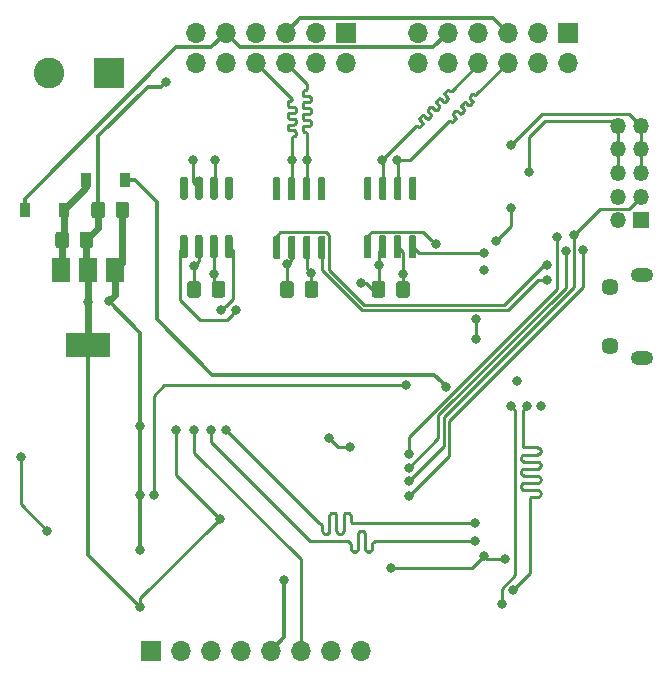
<source format=gbr>
G04 #@! TF.GenerationSoftware,KiCad,Pcbnew,5.1.5+dfsg1-2build2*
G04 #@! TF.CreationDate,2020-08-18T22:28:12+10:00*
G04 #@! TF.ProjectId,sid-board-v3,7369642d-626f-4617-9264-2d76332e6b69,rev?*
G04 #@! TF.SameCoordinates,Original*
G04 #@! TF.FileFunction,Copper,L2,Bot*
G04 #@! TF.FilePolarity,Positive*
%FSLAX46Y46*%
G04 Gerber Fmt 4.6, Leading zero omitted, Abs format (unit mm)*
G04 Created by KiCad (PCBNEW 5.1.5+dfsg1-2build2) date 2020-08-18 22:28:12*
%MOMM*%
%LPD*%
G04 APERTURE LIST*
%ADD10O,1.700000X1.700000*%
%ADD11R,1.700000X1.700000*%
%ADD12O,1.350000X1.350000*%
%ADD13R,1.350000X1.350000*%
%ADD14R,0.900000X1.200000*%
%ADD15C,0.100000*%
%ADD16O,1.900000X1.200000*%
%ADD17C,1.450000*%
%ADD18C,2.600000*%
%ADD19R,2.600000X2.600000*%
%ADD20R,1.500000X2.000000*%
%ADD21R,3.800000X2.000000*%
%ADD22C,0.800000*%
%ADD23C,0.250000*%
%ADD24C,0.600000*%
%ADD25C,0.350000*%
G04 APERTURE END LIST*
D10*
X133604000Y-71755000D03*
X133604000Y-69215000D03*
X136144000Y-71755000D03*
X136144000Y-69215000D03*
X138684000Y-71755000D03*
X138684000Y-69215000D03*
X141224000Y-71755000D03*
X141224000Y-69215000D03*
X143764000Y-71755000D03*
X143764000Y-69215000D03*
X146304000Y-71755000D03*
D11*
X146304000Y-69215000D03*
D12*
X169323000Y-77090000D03*
X171323000Y-77090000D03*
X169323000Y-79090000D03*
X171323000Y-79090000D03*
X169323000Y-81090000D03*
X171323000Y-81090000D03*
X169323000Y-83090000D03*
X171323000Y-83090000D03*
X169323000Y-85090000D03*
D13*
X171323000Y-85090000D03*
D10*
X152400000Y-71755000D03*
X152400000Y-69215000D03*
X154940000Y-71755000D03*
X154940000Y-69215000D03*
X157480000Y-71755000D03*
X157480000Y-69215000D03*
X160020000Y-71755000D03*
X160020000Y-69215000D03*
X162560000Y-71755000D03*
X162560000Y-69215000D03*
X165100000Y-71755000D03*
D11*
X165100000Y-69215000D03*
D14*
X127634000Y-81661000D03*
X124334000Y-81661000D03*
G04 #@! TA.AperFunction,SMDPad,CuDef*
D15*
G36*
X152136123Y-86362547D02*
G01*
X152150684Y-86364707D01*
X152164963Y-86368284D01*
X152178823Y-86373243D01*
X152192130Y-86379537D01*
X152204756Y-86387105D01*
X152216579Y-86395873D01*
X152227486Y-86405759D01*
X152237372Y-86416666D01*
X152246140Y-86428489D01*
X152253708Y-86441115D01*
X152260002Y-86454422D01*
X152264961Y-86468282D01*
X152268538Y-86482561D01*
X152270698Y-86497122D01*
X152271420Y-86511825D01*
X152271420Y-88161825D01*
X152270698Y-88176528D01*
X152268538Y-88191089D01*
X152264961Y-88205368D01*
X152260002Y-88219228D01*
X152253708Y-88232535D01*
X152246140Y-88245161D01*
X152237372Y-88256984D01*
X152227486Y-88267891D01*
X152216579Y-88277777D01*
X152204756Y-88286545D01*
X152192130Y-88294113D01*
X152178823Y-88300407D01*
X152164963Y-88305366D01*
X152150684Y-88308943D01*
X152136123Y-88311103D01*
X152121420Y-88311825D01*
X151821420Y-88311825D01*
X151806717Y-88311103D01*
X151792156Y-88308943D01*
X151777877Y-88305366D01*
X151764017Y-88300407D01*
X151750710Y-88294113D01*
X151738084Y-88286545D01*
X151726261Y-88277777D01*
X151715354Y-88267891D01*
X151705468Y-88256984D01*
X151696700Y-88245161D01*
X151689132Y-88232535D01*
X151682838Y-88219228D01*
X151677879Y-88205368D01*
X151674302Y-88191089D01*
X151672142Y-88176528D01*
X151671420Y-88161825D01*
X151671420Y-86511825D01*
X151672142Y-86497122D01*
X151674302Y-86482561D01*
X151677879Y-86468282D01*
X151682838Y-86454422D01*
X151689132Y-86441115D01*
X151696700Y-86428489D01*
X151705468Y-86416666D01*
X151715354Y-86405759D01*
X151726261Y-86395873D01*
X151738084Y-86387105D01*
X151750710Y-86379537D01*
X151764017Y-86373243D01*
X151777877Y-86368284D01*
X151792156Y-86364707D01*
X151806717Y-86362547D01*
X151821420Y-86361825D01*
X152121420Y-86361825D01*
X152136123Y-86362547D01*
G37*
G04 #@! TD.AperFunction*
G04 #@! TA.AperFunction,SMDPad,CuDef*
G36*
X150866123Y-86362547D02*
G01*
X150880684Y-86364707D01*
X150894963Y-86368284D01*
X150908823Y-86373243D01*
X150922130Y-86379537D01*
X150934756Y-86387105D01*
X150946579Y-86395873D01*
X150957486Y-86405759D01*
X150967372Y-86416666D01*
X150976140Y-86428489D01*
X150983708Y-86441115D01*
X150990002Y-86454422D01*
X150994961Y-86468282D01*
X150998538Y-86482561D01*
X151000698Y-86497122D01*
X151001420Y-86511825D01*
X151001420Y-88161825D01*
X151000698Y-88176528D01*
X150998538Y-88191089D01*
X150994961Y-88205368D01*
X150990002Y-88219228D01*
X150983708Y-88232535D01*
X150976140Y-88245161D01*
X150967372Y-88256984D01*
X150957486Y-88267891D01*
X150946579Y-88277777D01*
X150934756Y-88286545D01*
X150922130Y-88294113D01*
X150908823Y-88300407D01*
X150894963Y-88305366D01*
X150880684Y-88308943D01*
X150866123Y-88311103D01*
X150851420Y-88311825D01*
X150551420Y-88311825D01*
X150536717Y-88311103D01*
X150522156Y-88308943D01*
X150507877Y-88305366D01*
X150494017Y-88300407D01*
X150480710Y-88294113D01*
X150468084Y-88286545D01*
X150456261Y-88277777D01*
X150445354Y-88267891D01*
X150435468Y-88256984D01*
X150426700Y-88245161D01*
X150419132Y-88232535D01*
X150412838Y-88219228D01*
X150407879Y-88205368D01*
X150404302Y-88191089D01*
X150402142Y-88176528D01*
X150401420Y-88161825D01*
X150401420Y-86511825D01*
X150402142Y-86497122D01*
X150404302Y-86482561D01*
X150407879Y-86468282D01*
X150412838Y-86454422D01*
X150419132Y-86441115D01*
X150426700Y-86428489D01*
X150435468Y-86416666D01*
X150445354Y-86405759D01*
X150456261Y-86395873D01*
X150468084Y-86387105D01*
X150480710Y-86379537D01*
X150494017Y-86373243D01*
X150507877Y-86368284D01*
X150522156Y-86364707D01*
X150536717Y-86362547D01*
X150551420Y-86361825D01*
X150851420Y-86361825D01*
X150866123Y-86362547D01*
G37*
G04 #@! TD.AperFunction*
G04 #@! TA.AperFunction,SMDPad,CuDef*
G36*
X149596123Y-86362547D02*
G01*
X149610684Y-86364707D01*
X149624963Y-86368284D01*
X149638823Y-86373243D01*
X149652130Y-86379537D01*
X149664756Y-86387105D01*
X149676579Y-86395873D01*
X149687486Y-86405759D01*
X149697372Y-86416666D01*
X149706140Y-86428489D01*
X149713708Y-86441115D01*
X149720002Y-86454422D01*
X149724961Y-86468282D01*
X149728538Y-86482561D01*
X149730698Y-86497122D01*
X149731420Y-86511825D01*
X149731420Y-88161825D01*
X149730698Y-88176528D01*
X149728538Y-88191089D01*
X149724961Y-88205368D01*
X149720002Y-88219228D01*
X149713708Y-88232535D01*
X149706140Y-88245161D01*
X149697372Y-88256984D01*
X149687486Y-88267891D01*
X149676579Y-88277777D01*
X149664756Y-88286545D01*
X149652130Y-88294113D01*
X149638823Y-88300407D01*
X149624963Y-88305366D01*
X149610684Y-88308943D01*
X149596123Y-88311103D01*
X149581420Y-88311825D01*
X149281420Y-88311825D01*
X149266717Y-88311103D01*
X149252156Y-88308943D01*
X149237877Y-88305366D01*
X149224017Y-88300407D01*
X149210710Y-88294113D01*
X149198084Y-88286545D01*
X149186261Y-88277777D01*
X149175354Y-88267891D01*
X149165468Y-88256984D01*
X149156700Y-88245161D01*
X149149132Y-88232535D01*
X149142838Y-88219228D01*
X149137879Y-88205368D01*
X149134302Y-88191089D01*
X149132142Y-88176528D01*
X149131420Y-88161825D01*
X149131420Y-86511825D01*
X149132142Y-86497122D01*
X149134302Y-86482561D01*
X149137879Y-86468282D01*
X149142838Y-86454422D01*
X149149132Y-86441115D01*
X149156700Y-86428489D01*
X149165468Y-86416666D01*
X149175354Y-86405759D01*
X149186261Y-86395873D01*
X149198084Y-86387105D01*
X149210710Y-86379537D01*
X149224017Y-86373243D01*
X149237877Y-86368284D01*
X149252156Y-86364707D01*
X149266717Y-86362547D01*
X149281420Y-86361825D01*
X149581420Y-86361825D01*
X149596123Y-86362547D01*
G37*
G04 #@! TD.AperFunction*
G04 #@! TA.AperFunction,SMDPad,CuDef*
G36*
X148326123Y-86362547D02*
G01*
X148340684Y-86364707D01*
X148354963Y-86368284D01*
X148368823Y-86373243D01*
X148382130Y-86379537D01*
X148394756Y-86387105D01*
X148406579Y-86395873D01*
X148417486Y-86405759D01*
X148427372Y-86416666D01*
X148436140Y-86428489D01*
X148443708Y-86441115D01*
X148450002Y-86454422D01*
X148454961Y-86468282D01*
X148458538Y-86482561D01*
X148460698Y-86497122D01*
X148461420Y-86511825D01*
X148461420Y-88161825D01*
X148460698Y-88176528D01*
X148458538Y-88191089D01*
X148454961Y-88205368D01*
X148450002Y-88219228D01*
X148443708Y-88232535D01*
X148436140Y-88245161D01*
X148427372Y-88256984D01*
X148417486Y-88267891D01*
X148406579Y-88277777D01*
X148394756Y-88286545D01*
X148382130Y-88294113D01*
X148368823Y-88300407D01*
X148354963Y-88305366D01*
X148340684Y-88308943D01*
X148326123Y-88311103D01*
X148311420Y-88311825D01*
X148011420Y-88311825D01*
X147996717Y-88311103D01*
X147982156Y-88308943D01*
X147967877Y-88305366D01*
X147954017Y-88300407D01*
X147940710Y-88294113D01*
X147928084Y-88286545D01*
X147916261Y-88277777D01*
X147905354Y-88267891D01*
X147895468Y-88256984D01*
X147886700Y-88245161D01*
X147879132Y-88232535D01*
X147872838Y-88219228D01*
X147867879Y-88205368D01*
X147864302Y-88191089D01*
X147862142Y-88176528D01*
X147861420Y-88161825D01*
X147861420Y-86511825D01*
X147862142Y-86497122D01*
X147864302Y-86482561D01*
X147867879Y-86468282D01*
X147872838Y-86454422D01*
X147879132Y-86441115D01*
X147886700Y-86428489D01*
X147895468Y-86416666D01*
X147905354Y-86405759D01*
X147916261Y-86395873D01*
X147928084Y-86387105D01*
X147940710Y-86379537D01*
X147954017Y-86373243D01*
X147967877Y-86368284D01*
X147982156Y-86364707D01*
X147996717Y-86362547D01*
X148011420Y-86361825D01*
X148311420Y-86361825D01*
X148326123Y-86362547D01*
G37*
G04 #@! TD.AperFunction*
G04 #@! TA.AperFunction,SMDPad,CuDef*
G36*
X148326123Y-81412547D02*
G01*
X148340684Y-81414707D01*
X148354963Y-81418284D01*
X148368823Y-81423243D01*
X148382130Y-81429537D01*
X148394756Y-81437105D01*
X148406579Y-81445873D01*
X148417486Y-81455759D01*
X148427372Y-81466666D01*
X148436140Y-81478489D01*
X148443708Y-81491115D01*
X148450002Y-81504422D01*
X148454961Y-81518282D01*
X148458538Y-81532561D01*
X148460698Y-81547122D01*
X148461420Y-81561825D01*
X148461420Y-83211825D01*
X148460698Y-83226528D01*
X148458538Y-83241089D01*
X148454961Y-83255368D01*
X148450002Y-83269228D01*
X148443708Y-83282535D01*
X148436140Y-83295161D01*
X148427372Y-83306984D01*
X148417486Y-83317891D01*
X148406579Y-83327777D01*
X148394756Y-83336545D01*
X148382130Y-83344113D01*
X148368823Y-83350407D01*
X148354963Y-83355366D01*
X148340684Y-83358943D01*
X148326123Y-83361103D01*
X148311420Y-83361825D01*
X148011420Y-83361825D01*
X147996717Y-83361103D01*
X147982156Y-83358943D01*
X147967877Y-83355366D01*
X147954017Y-83350407D01*
X147940710Y-83344113D01*
X147928084Y-83336545D01*
X147916261Y-83327777D01*
X147905354Y-83317891D01*
X147895468Y-83306984D01*
X147886700Y-83295161D01*
X147879132Y-83282535D01*
X147872838Y-83269228D01*
X147867879Y-83255368D01*
X147864302Y-83241089D01*
X147862142Y-83226528D01*
X147861420Y-83211825D01*
X147861420Y-81561825D01*
X147862142Y-81547122D01*
X147864302Y-81532561D01*
X147867879Y-81518282D01*
X147872838Y-81504422D01*
X147879132Y-81491115D01*
X147886700Y-81478489D01*
X147895468Y-81466666D01*
X147905354Y-81455759D01*
X147916261Y-81445873D01*
X147928084Y-81437105D01*
X147940710Y-81429537D01*
X147954017Y-81423243D01*
X147967877Y-81418284D01*
X147982156Y-81414707D01*
X147996717Y-81412547D01*
X148011420Y-81411825D01*
X148311420Y-81411825D01*
X148326123Y-81412547D01*
G37*
G04 #@! TD.AperFunction*
G04 #@! TA.AperFunction,SMDPad,CuDef*
G36*
X149596123Y-81412547D02*
G01*
X149610684Y-81414707D01*
X149624963Y-81418284D01*
X149638823Y-81423243D01*
X149652130Y-81429537D01*
X149664756Y-81437105D01*
X149676579Y-81445873D01*
X149687486Y-81455759D01*
X149697372Y-81466666D01*
X149706140Y-81478489D01*
X149713708Y-81491115D01*
X149720002Y-81504422D01*
X149724961Y-81518282D01*
X149728538Y-81532561D01*
X149730698Y-81547122D01*
X149731420Y-81561825D01*
X149731420Y-83211825D01*
X149730698Y-83226528D01*
X149728538Y-83241089D01*
X149724961Y-83255368D01*
X149720002Y-83269228D01*
X149713708Y-83282535D01*
X149706140Y-83295161D01*
X149697372Y-83306984D01*
X149687486Y-83317891D01*
X149676579Y-83327777D01*
X149664756Y-83336545D01*
X149652130Y-83344113D01*
X149638823Y-83350407D01*
X149624963Y-83355366D01*
X149610684Y-83358943D01*
X149596123Y-83361103D01*
X149581420Y-83361825D01*
X149281420Y-83361825D01*
X149266717Y-83361103D01*
X149252156Y-83358943D01*
X149237877Y-83355366D01*
X149224017Y-83350407D01*
X149210710Y-83344113D01*
X149198084Y-83336545D01*
X149186261Y-83327777D01*
X149175354Y-83317891D01*
X149165468Y-83306984D01*
X149156700Y-83295161D01*
X149149132Y-83282535D01*
X149142838Y-83269228D01*
X149137879Y-83255368D01*
X149134302Y-83241089D01*
X149132142Y-83226528D01*
X149131420Y-83211825D01*
X149131420Y-81561825D01*
X149132142Y-81547122D01*
X149134302Y-81532561D01*
X149137879Y-81518282D01*
X149142838Y-81504422D01*
X149149132Y-81491115D01*
X149156700Y-81478489D01*
X149165468Y-81466666D01*
X149175354Y-81455759D01*
X149186261Y-81445873D01*
X149198084Y-81437105D01*
X149210710Y-81429537D01*
X149224017Y-81423243D01*
X149237877Y-81418284D01*
X149252156Y-81414707D01*
X149266717Y-81412547D01*
X149281420Y-81411825D01*
X149581420Y-81411825D01*
X149596123Y-81412547D01*
G37*
G04 #@! TD.AperFunction*
G04 #@! TA.AperFunction,SMDPad,CuDef*
G36*
X150866123Y-81412547D02*
G01*
X150880684Y-81414707D01*
X150894963Y-81418284D01*
X150908823Y-81423243D01*
X150922130Y-81429537D01*
X150934756Y-81437105D01*
X150946579Y-81445873D01*
X150957486Y-81455759D01*
X150967372Y-81466666D01*
X150976140Y-81478489D01*
X150983708Y-81491115D01*
X150990002Y-81504422D01*
X150994961Y-81518282D01*
X150998538Y-81532561D01*
X151000698Y-81547122D01*
X151001420Y-81561825D01*
X151001420Y-83211825D01*
X151000698Y-83226528D01*
X150998538Y-83241089D01*
X150994961Y-83255368D01*
X150990002Y-83269228D01*
X150983708Y-83282535D01*
X150976140Y-83295161D01*
X150967372Y-83306984D01*
X150957486Y-83317891D01*
X150946579Y-83327777D01*
X150934756Y-83336545D01*
X150922130Y-83344113D01*
X150908823Y-83350407D01*
X150894963Y-83355366D01*
X150880684Y-83358943D01*
X150866123Y-83361103D01*
X150851420Y-83361825D01*
X150551420Y-83361825D01*
X150536717Y-83361103D01*
X150522156Y-83358943D01*
X150507877Y-83355366D01*
X150494017Y-83350407D01*
X150480710Y-83344113D01*
X150468084Y-83336545D01*
X150456261Y-83327777D01*
X150445354Y-83317891D01*
X150435468Y-83306984D01*
X150426700Y-83295161D01*
X150419132Y-83282535D01*
X150412838Y-83269228D01*
X150407879Y-83255368D01*
X150404302Y-83241089D01*
X150402142Y-83226528D01*
X150401420Y-83211825D01*
X150401420Y-81561825D01*
X150402142Y-81547122D01*
X150404302Y-81532561D01*
X150407879Y-81518282D01*
X150412838Y-81504422D01*
X150419132Y-81491115D01*
X150426700Y-81478489D01*
X150435468Y-81466666D01*
X150445354Y-81455759D01*
X150456261Y-81445873D01*
X150468084Y-81437105D01*
X150480710Y-81429537D01*
X150494017Y-81423243D01*
X150507877Y-81418284D01*
X150522156Y-81414707D01*
X150536717Y-81412547D01*
X150551420Y-81411825D01*
X150851420Y-81411825D01*
X150866123Y-81412547D01*
G37*
G04 #@! TD.AperFunction*
G04 #@! TA.AperFunction,SMDPad,CuDef*
G36*
X152136123Y-81412547D02*
G01*
X152150684Y-81414707D01*
X152164963Y-81418284D01*
X152178823Y-81423243D01*
X152192130Y-81429537D01*
X152204756Y-81437105D01*
X152216579Y-81445873D01*
X152227486Y-81455759D01*
X152237372Y-81466666D01*
X152246140Y-81478489D01*
X152253708Y-81491115D01*
X152260002Y-81504422D01*
X152264961Y-81518282D01*
X152268538Y-81532561D01*
X152270698Y-81547122D01*
X152271420Y-81561825D01*
X152271420Y-83211825D01*
X152270698Y-83226528D01*
X152268538Y-83241089D01*
X152264961Y-83255368D01*
X152260002Y-83269228D01*
X152253708Y-83282535D01*
X152246140Y-83295161D01*
X152237372Y-83306984D01*
X152227486Y-83317891D01*
X152216579Y-83327777D01*
X152204756Y-83336545D01*
X152192130Y-83344113D01*
X152178823Y-83350407D01*
X152164963Y-83355366D01*
X152150684Y-83358943D01*
X152136123Y-83361103D01*
X152121420Y-83361825D01*
X151821420Y-83361825D01*
X151806717Y-83361103D01*
X151792156Y-83358943D01*
X151777877Y-83355366D01*
X151764017Y-83350407D01*
X151750710Y-83344113D01*
X151738084Y-83336545D01*
X151726261Y-83327777D01*
X151715354Y-83317891D01*
X151705468Y-83306984D01*
X151696700Y-83295161D01*
X151689132Y-83282535D01*
X151682838Y-83269228D01*
X151677879Y-83255368D01*
X151674302Y-83241089D01*
X151672142Y-83226528D01*
X151671420Y-83211825D01*
X151671420Y-81561825D01*
X151672142Y-81547122D01*
X151674302Y-81532561D01*
X151677879Y-81518282D01*
X151682838Y-81504422D01*
X151689132Y-81491115D01*
X151696700Y-81478489D01*
X151705468Y-81466666D01*
X151715354Y-81455759D01*
X151726261Y-81445873D01*
X151738084Y-81437105D01*
X151750710Y-81429537D01*
X151764017Y-81423243D01*
X151777877Y-81418284D01*
X151792156Y-81414707D01*
X151806717Y-81412547D01*
X151821420Y-81411825D01*
X152121420Y-81411825D01*
X152136123Y-81412547D01*
G37*
G04 #@! TD.AperFunction*
D16*
X171417500Y-89718000D03*
X171417500Y-96718000D03*
D17*
X168717500Y-90718000D03*
X168717500Y-95718000D03*
D18*
X121158000Y-72644000D03*
D19*
X126238000Y-72644000D03*
D20*
X122189000Y-89313252D03*
X126789000Y-89313252D03*
X124489000Y-89313252D03*
D21*
X124489000Y-95613252D03*
G04 #@! TA.AperFunction,SMDPad,CuDef*
D15*
G36*
X141691505Y-90233204D02*
G01*
X141715773Y-90236804D01*
X141739572Y-90242765D01*
X141762671Y-90251030D01*
X141784850Y-90261520D01*
X141805893Y-90274132D01*
X141825599Y-90288747D01*
X141843777Y-90305223D01*
X141860253Y-90323401D01*
X141874868Y-90343107D01*
X141887480Y-90364150D01*
X141897970Y-90386329D01*
X141906235Y-90409428D01*
X141912196Y-90433227D01*
X141915796Y-90457495D01*
X141917000Y-90481999D01*
X141917000Y-91382001D01*
X141915796Y-91406505D01*
X141912196Y-91430773D01*
X141906235Y-91454572D01*
X141897970Y-91477671D01*
X141887480Y-91499850D01*
X141874868Y-91520893D01*
X141860253Y-91540599D01*
X141843777Y-91558777D01*
X141825599Y-91575253D01*
X141805893Y-91589868D01*
X141784850Y-91602480D01*
X141762671Y-91612970D01*
X141739572Y-91621235D01*
X141715773Y-91627196D01*
X141691505Y-91630796D01*
X141667001Y-91632000D01*
X141016999Y-91632000D01*
X140992495Y-91630796D01*
X140968227Y-91627196D01*
X140944428Y-91621235D01*
X140921329Y-91612970D01*
X140899150Y-91602480D01*
X140878107Y-91589868D01*
X140858401Y-91575253D01*
X140840223Y-91558777D01*
X140823747Y-91540599D01*
X140809132Y-91520893D01*
X140796520Y-91499850D01*
X140786030Y-91477671D01*
X140777765Y-91454572D01*
X140771804Y-91430773D01*
X140768204Y-91406505D01*
X140767000Y-91382001D01*
X140767000Y-90481999D01*
X140768204Y-90457495D01*
X140771804Y-90433227D01*
X140777765Y-90409428D01*
X140786030Y-90386329D01*
X140796520Y-90364150D01*
X140809132Y-90343107D01*
X140823747Y-90323401D01*
X140840223Y-90305223D01*
X140858401Y-90288747D01*
X140878107Y-90274132D01*
X140899150Y-90261520D01*
X140921329Y-90251030D01*
X140944428Y-90242765D01*
X140968227Y-90236804D01*
X140992495Y-90233204D01*
X141016999Y-90232000D01*
X141667001Y-90232000D01*
X141691505Y-90233204D01*
G37*
G04 #@! TD.AperFunction*
G04 #@! TA.AperFunction,SMDPad,CuDef*
G36*
X143741505Y-90233204D02*
G01*
X143765773Y-90236804D01*
X143789572Y-90242765D01*
X143812671Y-90251030D01*
X143834850Y-90261520D01*
X143855893Y-90274132D01*
X143875599Y-90288747D01*
X143893777Y-90305223D01*
X143910253Y-90323401D01*
X143924868Y-90343107D01*
X143937480Y-90364150D01*
X143947970Y-90386329D01*
X143956235Y-90409428D01*
X143962196Y-90433227D01*
X143965796Y-90457495D01*
X143967000Y-90481999D01*
X143967000Y-91382001D01*
X143965796Y-91406505D01*
X143962196Y-91430773D01*
X143956235Y-91454572D01*
X143947970Y-91477671D01*
X143937480Y-91499850D01*
X143924868Y-91520893D01*
X143910253Y-91540599D01*
X143893777Y-91558777D01*
X143875599Y-91575253D01*
X143855893Y-91589868D01*
X143834850Y-91602480D01*
X143812671Y-91612970D01*
X143789572Y-91621235D01*
X143765773Y-91627196D01*
X143741505Y-91630796D01*
X143717001Y-91632000D01*
X143066999Y-91632000D01*
X143042495Y-91630796D01*
X143018227Y-91627196D01*
X142994428Y-91621235D01*
X142971329Y-91612970D01*
X142949150Y-91602480D01*
X142928107Y-91589868D01*
X142908401Y-91575253D01*
X142890223Y-91558777D01*
X142873747Y-91540599D01*
X142859132Y-91520893D01*
X142846520Y-91499850D01*
X142836030Y-91477671D01*
X142827765Y-91454572D01*
X142821804Y-91430773D01*
X142818204Y-91406505D01*
X142817000Y-91382001D01*
X142817000Y-90481999D01*
X142818204Y-90457495D01*
X142821804Y-90433227D01*
X142827765Y-90409428D01*
X142836030Y-90386329D01*
X142846520Y-90364150D01*
X142859132Y-90343107D01*
X142873747Y-90323401D01*
X142890223Y-90305223D01*
X142908401Y-90288747D01*
X142928107Y-90274132D01*
X142949150Y-90261520D01*
X142971329Y-90251030D01*
X142994428Y-90242765D01*
X143018227Y-90236804D01*
X143042495Y-90233204D01*
X143066999Y-90232000D01*
X143717001Y-90232000D01*
X143741505Y-90233204D01*
G37*
G04 #@! TD.AperFunction*
G04 #@! TA.AperFunction,SMDPad,CuDef*
G36*
X151488505Y-90233204D02*
G01*
X151512773Y-90236804D01*
X151536572Y-90242765D01*
X151559671Y-90251030D01*
X151581850Y-90261520D01*
X151602893Y-90274132D01*
X151622599Y-90288747D01*
X151640777Y-90305223D01*
X151657253Y-90323401D01*
X151671868Y-90343107D01*
X151684480Y-90364150D01*
X151694970Y-90386329D01*
X151703235Y-90409428D01*
X151709196Y-90433227D01*
X151712796Y-90457495D01*
X151714000Y-90481999D01*
X151714000Y-91382001D01*
X151712796Y-91406505D01*
X151709196Y-91430773D01*
X151703235Y-91454572D01*
X151694970Y-91477671D01*
X151684480Y-91499850D01*
X151671868Y-91520893D01*
X151657253Y-91540599D01*
X151640777Y-91558777D01*
X151622599Y-91575253D01*
X151602893Y-91589868D01*
X151581850Y-91602480D01*
X151559671Y-91612970D01*
X151536572Y-91621235D01*
X151512773Y-91627196D01*
X151488505Y-91630796D01*
X151464001Y-91632000D01*
X150813999Y-91632000D01*
X150789495Y-91630796D01*
X150765227Y-91627196D01*
X150741428Y-91621235D01*
X150718329Y-91612970D01*
X150696150Y-91602480D01*
X150675107Y-91589868D01*
X150655401Y-91575253D01*
X150637223Y-91558777D01*
X150620747Y-91540599D01*
X150606132Y-91520893D01*
X150593520Y-91499850D01*
X150583030Y-91477671D01*
X150574765Y-91454572D01*
X150568804Y-91430773D01*
X150565204Y-91406505D01*
X150564000Y-91382001D01*
X150564000Y-90481999D01*
X150565204Y-90457495D01*
X150568804Y-90433227D01*
X150574765Y-90409428D01*
X150583030Y-90386329D01*
X150593520Y-90364150D01*
X150606132Y-90343107D01*
X150620747Y-90323401D01*
X150637223Y-90305223D01*
X150655401Y-90288747D01*
X150675107Y-90274132D01*
X150696150Y-90261520D01*
X150718329Y-90251030D01*
X150741428Y-90242765D01*
X150765227Y-90236804D01*
X150789495Y-90233204D01*
X150813999Y-90232000D01*
X151464001Y-90232000D01*
X151488505Y-90233204D01*
G37*
G04 #@! TD.AperFunction*
G04 #@! TA.AperFunction,SMDPad,CuDef*
G36*
X149438505Y-90233204D02*
G01*
X149462773Y-90236804D01*
X149486572Y-90242765D01*
X149509671Y-90251030D01*
X149531850Y-90261520D01*
X149552893Y-90274132D01*
X149572599Y-90288747D01*
X149590777Y-90305223D01*
X149607253Y-90323401D01*
X149621868Y-90343107D01*
X149634480Y-90364150D01*
X149644970Y-90386329D01*
X149653235Y-90409428D01*
X149659196Y-90433227D01*
X149662796Y-90457495D01*
X149664000Y-90481999D01*
X149664000Y-91382001D01*
X149662796Y-91406505D01*
X149659196Y-91430773D01*
X149653235Y-91454572D01*
X149644970Y-91477671D01*
X149634480Y-91499850D01*
X149621868Y-91520893D01*
X149607253Y-91540599D01*
X149590777Y-91558777D01*
X149572599Y-91575253D01*
X149552893Y-91589868D01*
X149531850Y-91602480D01*
X149509671Y-91612970D01*
X149486572Y-91621235D01*
X149462773Y-91627196D01*
X149438505Y-91630796D01*
X149414001Y-91632000D01*
X148763999Y-91632000D01*
X148739495Y-91630796D01*
X148715227Y-91627196D01*
X148691428Y-91621235D01*
X148668329Y-91612970D01*
X148646150Y-91602480D01*
X148625107Y-91589868D01*
X148605401Y-91575253D01*
X148587223Y-91558777D01*
X148570747Y-91540599D01*
X148556132Y-91520893D01*
X148543520Y-91499850D01*
X148533030Y-91477671D01*
X148524765Y-91454572D01*
X148518804Y-91430773D01*
X148515204Y-91406505D01*
X148514000Y-91382001D01*
X148514000Y-90481999D01*
X148515204Y-90457495D01*
X148518804Y-90433227D01*
X148524765Y-90409428D01*
X148533030Y-90386329D01*
X148543520Y-90364150D01*
X148556132Y-90343107D01*
X148570747Y-90323401D01*
X148587223Y-90305223D01*
X148605401Y-90288747D01*
X148625107Y-90274132D01*
X148646150Y-90261520D01*
X148668329Y-90251030D01*
X148691428Y-90242765D01*
X148715227Y-90236804D01*
X148739495Y-90233204D01*
X148763999Y-90232000D01*
X149414001Y-90232000D01*
X149438505Y-90233204D01*
G37*
G04 #@! TD.AperFunction*
G04 #@! TA.AperFunction,SMDPad,CuDef*
G36*
X144421580Y-81457881D02*
G01*
X144436141Y-81460041D01*
X144450420Y-81463618D01*
X144464280Y-81468577D01*
X144477587Y-81474871D01*
X144490213Y-81482439D01*
X144502036Y-81491207D01*
X144512943Y-81501093D01*
X144522829Y-81512000D01*
X144531597Y-81523823D01*
X144539165Y-81536449D01*
X144545459Y-81549756D01*
X144550418Y-81563616D01*
X144553995Y-81577895D01*
X144556155Y-81592456D01*
X144556877Y-81607159D01*
X144556877Y-83257159D01*
X144556155Y-83271862D01*
X144553995Y-83286423D01*
X144550418Y-83300702D01*
X144545459Y-83314562D01*
X144539165Y-83327869D01*
X144531597Y-83340495D01*
X144522829Y-83352318D01*
X144512943Y-83363225D01*
X144502036Y-83373111D01*
X144490213Y-83381879D01*
X144477587Y-83389447D01*
X144464280Y-83395741D01*
X144450420Y-83400700D01*
X144436141Y-83404277D01*
X144421580Y-83406437D01*
X144406877Y-83407159D01*
X144106877Y-83407159D01*
X144092174Y-83406437D01*
X144077613Y-83404277D01*
X144063334Y-83400700D01*
X144049474Y-83395741D01*
X144036167Y-83389447D01*
X144023541Y-83381879D01*
X144011718Y-83373111D01*
X144000811Y-83363225D01*
X143990925Y-83352318D01*
X143982157Y-83340495D01*
X143974589Y-83327869D01*
X143968295Y-83314562D01*
X143963336Y-83300702D01*
X143959759Y-83286423D01*
X143957599Y-83271862D01*
X143956877Y-83257159D01*
X143956877Y-81607159D01*
X143957599Y-81592456D01*
X143959759Y-81577895D01*
X143963336Y-81563616D01*
X143968295Y-81549756D01*
X143974589Y-81536449D01*
X143982157Y-81523823D01*
X143990925Y-81512000D01*
X144000811Y-81501093D01*
X144011718Y-81491207D01*
X144023541Y-81482439D01*
X144036167Y-81474871D01*
X144049474Y-81468577D01*
X144063334Y-81463618D01*
X144077613Y-81460041D01*
X144092174Y-81457881D01*
X144106877Y-81457159D01*
X144406877Y-81457159D01*
X144421580Y-81457881D01*
G37*
G04 #@! TD.AperFunction*
G04 #@! TA.AperFunction,SMDPad,CuDef*
G36*
X143151580Y-81457881D02*
G01*
X143166141Y-81460041D01*
X143180420Y-81463618D01*
X143194280Y-81468577D01*
X143207587Y-81474871D01*
X143220213Y-81482439D01*
X143232036Y-81491207D01*
X143242943Y-81501093D01*
X143252829Y-81512000D01*
X143261597Y-81523823D01*
X143269165Y-81536449D01*
X143275459Y-81549756D01*
X143280418Y-81563616D01*
X143283995Y-81577895D01*
X143286155Y-81592456D01*
X143286877Y-81607159D01*
X143286877Y-83257159D01*
X143286155Y-83271862D01*
X143283995Y-83286423D01*
X143280418Y-83300702D01*
X143275459Y-83314562D01*
X143269165Y-83327869D01*
X143261597Y-83340495D01*
X143252829Y-83352318D01*
X143242943Y-83363225D01*
X143232036Y-83373111D01*
X143220213Y-83381879D01*
X143207587Y-83389447D01*
X143194280Y-83395741D01*
X143180420Y-83400700D01*
X143166141Y-83404277D01*
X143151580Y-83406437D01*
X143136877Y-83407159D01*
X142836877Y-83407159D01*
X142822174Y-83406437D01*
X142807613Y-83404277D01*
X142793334Y-83400700D01*
X142779474Y-83395741D01*
X142766167Y-83389447D01*
X142753541Y-83381879D01*
X142741718Y-83373111D01*
X142730811Y-83363225D01*
X142720925Y-83352318D01*
X142712157Y-83340495D01*
X142704589Y-83327869D01*
X142698295Y-83314562D01*
X142693336Y-83300702D01*
X142689759Y-83286423D01*
X142687599Y-83271862D01*
X142686877Y-83257159D01*
X142686877Y-81607159D01*
X142687599Y-81592456D01*
X142689759Y-81577895D01*
X142693336Y-81563616D01*
X142698295Y-81549756D01*
X142704589Y-81536449D01*
X142712157Y-81523823D01*
X142720925Y-81512000D01*
X142730811Y-81501093D01*
X142741718Y-81491207D01*
X142753541Y-81482439D01*
X142766167Y-81474871D01*
X142779474Y-81468577D01*
X142793334Y-81463618D01*
X142807613Y-81460041D01*
X142822174Y-81457881D01*
X142836877Y-81457159D01*
X143136877Y-81457159D01*
X143151580Y-81457881D01*
G37*
G04 #@! TD.AperFunction*
G04 #@! TA.AperFunction,SMDPad,CuDef*
G36*
X141881580Y-81457881D02*
G01*
X141896141Y-81460041D01*
X141910420Y-81463618D01*
X141924280Y-81468577D01*
X141937587Y-81474871D01*
X141950213Y-81482439D01*
X141962036Y-81491207D01*
X141972943Y-81501093D01*
X141982829Y-81512000D01*
X141991597Y-81523823D01*
X141999165Y-81536449D01*
X142005459Y-81549756D01*
X142010418Y-81563616D01*
X142013995Y-81577895D01*
X142016155Y-81592456D01*
X142016877Y-81607159D01*
X142016877Y-83257159D01*
X142016155Y-83271862D01*
X142013995Y-83286423D01*
X142010418Y-83300702D01*
X142005459Y-83314562D01*
X141999165Y-83327869D01*
X141991597Y-83340495D01*
X141982829Y-83352318D01*
X141972943Y-83363225D01*
X141962036Y-83373111D01*
X141950213Y-83381879D01*
X141937587Y-83389447D01*
X141924280Y-83395741D01*
X141910420Y-83400700D01*
X141896141Y-83404277D01*
X141881580Y-83406437D01*
X141866877Y-83407159D01*
X141566877Y-83407159D01*
X141552174Y-83406437D01*
X141537613Y-83404277D01*
X141523334Y-83400700D01*
X141509474Y-83395741D01*
X141496167Y-83389447D01*
X141483541Y-83381879D01*
X141471718Y-83373111D01*
X141460811Y-83363225D01*
X141450925Y-83352318D01*
X141442157Y-83340495D01*
X141434589Y-83327869D01*
X141428295Y-83314562D01*
X141423336Y-83300702D01*
X141419759Y-83286423D01*
X141417599Y-83271862D01*
X141416877Y-83257159D01*
X141416877Y-81607159D01*
X141417599Y-81592456D01*
X141419759Y-81577895D01*
X141423336Y-81563616D01*
X141428295Y-81549756D01*
X141434589Y-81536449D01*
X141442157Y-81523823D01*
X141450925Y-81512000D01*
X141460811Y-81501093D01*
X141471718Y-81491207D01*
X141483541Y-81482439D01*
X141496167Y-81474871D01*
X141509474Y-81468577D01*
X141523334Y-81463618D01*
X141537613Y-81460041D01*
X141552174Y-81457881D01*
X141566877Y-81457159D01*
X141866877Y-81457159D01*
X141881580Y-81457881D01*
G37*
G04 #@! TD.AperFunction*
G04 #@! TA.AperFunction,SMDPad,CuDef*
G36*
X140611580Y-81457881D02*
G01*
X140626141Y-81460041D01*
X140640420Y-81463618D01*
X140654280Y-81468577D01*
X140667587Y-81474871D01*
X140680213Y-81482439D01*
X140692036Y-81491207D01*
X140702943Y-81501093D01*
X140712829Y-81512000D01*
X140721597Y-81523823D01*
X140729165Y-81536449D01*
X140735459Y-81549756D01*
X140740418Y-81563616D01*
X140743995Y-81577895D01*
X140746155Y-81592456D01*
X140746877Y-81607159D01*
X140746877Y-83257159D01*
X140746155Y-83271862D01*
X140743995Y-83286423D01*
X140740418Y-83300702D01*
X140735459Y-83314562D01*
X140729165Y-83327869D01*
X140721597Y-83340495D01*
X140712829Y-83352318D01*
X140702943Y-83363225D01*
X140692036Y-83373111D01*
X140680213Y-83381879D01*
X140667587Y-83389447D01*
X140654280Y-83395741D01*
X140640420Y-83400700D01*
X140626141Y-83404277D01*
X140611580Y-83406437D01*
X140596877Y-83407159D01*
X140296877Y-83407159D01*
X140282174Y-83406437D01*
X140267613Y-83404277D01*
X140253334Y-83400700D01*
X140239474Y-83395741D01*
X140226167Y-83389447D01*
X140213541Y-83381879D01*
X140201718Y-83373111D01*
X140190811Y-83363225D01*
X140180925Y-83352318D01*
X140172157Y-83340495D01*
X140164589Y-83327869D01*
X140158295Y-83314562D01*
X140153336Y-83300702D01*
X140149759Y-83286423D01*
X140147599Y-83271862D01*
X140146877Y-83257159D01*
X140146877Y-81607159D01*
X140147599Y-81592456D01*
X140149759Y-81577895D01*
X140153336Y-81563616D01*
X140158295Y-81549756D01*
X140164589Y-81536449D01*
X140172157Y-81523823D01*
X140180925Y-81512000D01*
X140190811Y-81501093D01*
X140201718Y-81491207D01*
X140213541Y-81482439D01*
X140226167Y-81474871D01*
X140239474Y-81468577D01*
X140253334Y-81463618D01*
X140267613Y-81460041D01*
X140282174Y-81457881D01*
X140296877Y-81457159D01*
X140596877Y-81457159D01*
X140611580Y-81457881D01*
G37*
G04 #@! TD.AperFunction*
G04 #@! TA.AperFunction,SMDPad,CuDef*
G36*
X140611580Y-86407881D02*
G01*
X140626141Y-86410041D01*
X140640420Y-86413618D01*
X140654280Y-86418577D01*
X140667587Y-86424871D01*
X140680213Y-86432439D01*
X140692036Y-86441207D01*
X140702943Y-86451093D01*
X140712829Y-86462000D01*
X140721597Y-86473823D01*
X140729165Y-86486449D01*
X140735459Y-86499756D01*
X140740418Y-86513616D01*
X140743995Y-86527895D01*
X140746155Y-86542456D01*
X140746877Y-86557159D01*
X140746877Y-88207159D01*
X140746155Y-88221862D01*
X140743995Y-88236423D01*
X140740418Y-88250702D01*
X140735459Y-88264562D01*
X140729165Y-88277869D01*
X140721597Y-88290495D01*
X140712829Y-88302318D01*
X140702943Y-88313225D01*
X140692036Y-88323111D01*
X140680213Y-88331879D01*
X140667587Y-88339447D01*
X140654280Y-88345741D01*
X140640420Y-88350700D01*
X140626141Y-88354277D01*
X140611580Y-88356437D01*
X140596877Y-88357159D01*
X140296877Y-88357159D01*
X140282174Y-88356437D01*
X140267613Y-88354277D01*
X140253334Y-88350700D01*
X140239474Y-88345741D01*
X140226167Y-88339447D01*
X140213541Y-88331879D01*
X140201718Y-88323111D01*
X140190811Y-88313225D01*
X140180925Y-88302318D01*
X140172157Y-88290495D01*
X140164589Y-88277869D01*
X140158295Y-88264562D01*
X140153336Y-88250702D01*
X140149759Y-88236423D01*
X140147599Y-88221862D01*
X140146877Y-88207159D01*
X140146877Y-86557159D01*
X140147599Y-86542456D01*
X140149759Y-86527895D01*
X140153336Y-86513616D01*
X140158295Y-86499756D01*
X140164589Y-86486449D01*
X140172157Y-86473823D01*
X140180925Y-86462000D01*
X140190811Y-86451093D01*
X140201718Y-86441207D01*
X140213541Y-86432439D01*
X140226167Y-86424871D01*
X140239474Y-86418577D01*
X140253334Y-86413618D01*
X140267613Y-86410041D01*
X140282174Y-86407881D01*
X140296877Y-86407159D01*
X140596877Y-86407159D01*
X140611580Y-86407881D01*
G37*
G04 #@! TD.AperFunction*
G04 #@! TA.AperFunction,SMDPad,CuDef*
G36*
X141881580Y-86407881D02*
G01*
X141896141Y-86410041D01*
X141910420Y-86413618D01*
X141924280Y-86418577D01*
X141937587Y-86424871D01*
X141950213Y-86432439D01*
X141962036Y-86441207D01*
X141972943Y-86451093D01*
X141982829Y-86462000D01*
X141991597Y-86473823D01*
X141999165Y-86486449D01*
X142005459Y-86499756D01*
X142010418Y-86513616D01*
X142013995Y-86527895D01*
X142016155Y-86542456D01*
X142016877Y-86557159D01*
X142016877Y-88207159D01*
X142016155Y-88221862D01*
X142013995Y-88236423D01*
X142010418Y-88250702D01*
X142005459Y-88264562D01*
X141999165Y-88277869D01*
X141991597Y-88290495D01*
X141982829Y-88302318D01*
X141972943Y-88313225D01*
X141962036Y-88323111D01*
X141950213Y-88331879D01*
X141937587Y-88339447D01*
X141924280Y-88345741D01*
X141910420Y-88350700D01*
X141896141Y-88354277D01*
X141881580Y-88356437D01*
X141866877Y-88357159D01*
X141566877Y-88357159D01*
X141552174Y-88356437D01*
X141537613Y-88354277D01*
X141523334Y-88350700D01*
X141509474Y-88345741D01*
X141496167Y-88339447D01*
X141483541Y-88331879D01*
X141471718Y-88323111D01*
X141460811Y-88313225D01*
X141450925Y-88302318D01*
X141442157Y-88290495D01*
X141434589Y-88277869D01*
X141428295Y-88264562D01*
X141423336Y-88250702D01*
X141419759Y-88236423D01*
X141417599Y-88221862D01*
X141416877Y-88207159D01*
X141416877Y-86557159D01*
X141417599Y-86542456D01*
X141419759Y-86527895D01*
X141423336Y-86513616D01*
X141428295Y-86499756D01*
X141434589Y-86486449D01*
X141442157Y-86473823D01*
X141450925Y-86462000D01*
X141460811Y-86451093D01*
X141471718Y-86441207D01*
X141483541Y-86432439D01*
X141496167Y-86424871D01*
X141509474Y-86418577D01*
X141523334Y-86413618D01*
X141537613Y-86410041D01*
X141552174Y-86407881D01*
X141566877Y-86407159D01*
X141866877Y-86407159D01*
X141881580Y-86407881D01*
G37*
G04 #@! TD.AperFunction*
G04 #@! TA.AperFunction,SMDPad,CuDef*
G36*
X143151580Y-86407881D02*
G01*
X143166141Y-86410041D01*
X143180420Y-86413618D01*
X143194280Y-86418577D01*
X143207587Y-86424871D01*
X143220213Y-86432439D01*
X143232036Y-86441207D01*
X143242943Y-86451093D01*
X143252829Y-86462000D01*
X143261597Y-86473823D01*
X143269165Y-86486449D01*
X143275459Y-86499756D01*
X143280418Y-86513616D01*
X143283995Y-86527895D01*
X143286155Y-86542456D01*
X143286877Y-86557159D01*
X143286877Y-88207159D01*
X143286155Y-88221862D01*
X143283995Y-88236423D01*
X143280418Y-88250702D01*
X143275459Y-88264562D01*
X143269165Y-88277869D01*
X143261597Y-88290495D01*
X143252829Y-88302318D01*
X143242943Y-88313225D01*
X143232036Y-88323111D01*
X143220213Y-88331879D01*
X143207587Y-88339447D01*
X143194280Y-88345741D01*
X143180420Y-88350700D01*
X143166141Y-88354277D01*
X143151580Y-88356437D01*
X143136877Y-88357159D01*
X142836877Y-88357159D01*
X142822174Y-88356437D01*
X142807613Y-88354277D01*
X142793334Y-88350700D01*
X142779474Y-88345741D01*
X142766167Y-88339447D01*
X142753541Y-88331879D01*
X142741718Y-88323111D01*
X142730811Y-88313225D01*
X142720925Y-88302318D01*
X142712157Y-88290495D01*
X142704589Y-88277869D01*
X142698295Y-88264562D01*
X142693336Y-88250702D01*
X142689759Y-88236423D01*
X142687599Y-88221862D01*
X142686877Y-88207159D01*
X142686877Y-86557159D01*
X142687599Y-86542456D01*
X142689759Y-86527895D01*
X142693336Y-86513616D01*
X142698295Y-86499756D01*
X142704589Y-86486449D01*
X142712157Y-86473823D01*
X142720925Y-86462000D01*
X142730811Y-86451093D01*
X142741718Y-86441207D01*
X142753541Y-86432439D01*
X142766167Y-86424871D01*
X142779474Y-86418577D01*
X142793334Y-86413618D01*
X142807613Y-86410041D01*
X142822174Y-86407881D01*
X142836877Y-86407159D01*
X143136877Y-86407159D01*
X143151580Y-86407881D01*
G37*
G04 #@! TD.AperFunction*
G04 #@! TA.AperFunction,SMDPad,CuDef*
G36*
X144421580Y-86407881D02*
G01*
X144436141Y-86410041D01*
X144450420Y-86413618D01*
X144464280Y-86418577D01*
X144477587Y-86424871D01*
X144490213Y-86432439D01*
X144502036Y-86441207D01*
X144512943Y-86451093D01*
X144522829Y-86462000D01*
X144531597Y-86473823D01*
X144539165Y-86486449D01*
X144545459Y-86499756D01*
X144550418Y-86513616D01*
X144553995Y-86527895D01*
X144556155Y-86542456D01*
X144556877Y-86557159D01*
X144556877Y-88207159D01*
X144556155Y-88221862D01*
X144553995Y-88236423D01*
X144550418Y-88250702D01*
X144545459Y-88264562D01*
X144539165Y-88277869D01*
X144531597Y-88290495D01*
X144522829Y-88302318D01*
X144512943Y-88313225D01*
X144502036Y-88323111D01*
X144490213Y-88331879D01*
X144477587Y-88339447D01*
X144464280Y-88345741D01*
X144450420Y-88350700D01*
X144436141Y-88354277D01*
X144421580Y-88356437D01*
X144406877Y-88357159D01*
X144106877Y-88357159D01*
X144092174Y-88356437D01*
X144077613Y-88354277D01*
X144063334Y-88350700D01*
X144049474Y-88345741D01*
X144036167Y-88339447D01*
X144023541Y-88331879D01*
X144011718Y-88323111D01*
X144000811Y-88313225D01*
X143990925Y-88302318D01*
X143982157Y-88290495D01*
X143974589Y-88277869D01*
X143968295Y-88264562D01*
X143963336Y-88250702D01*
X143959759Y-88236423D01*
X143957599Y-88221862D01*
X143956877Y-88207159D01*
X143956877Y-86557159D01*
X143957599Y-86542456D01*
X143959759Y-86527895D01*
X143963336Y-86513616D01*
X143968295Y-86499756D01*
X143974589Y-86486449D01*
X143982157Y-86473823D01*
X143990925Y-86462000D01*
X144000811Y-86451093D01*
X144011718Y-86441207D01*
X144023541Y-86432439D01*
X144036167Y-86424871D01*
X144049474Y-86418577D01*
X144063334Y-86413618D01*
X144077613Y-86410041D01*
X144092174Y-86407881D01*
X144106877Y-86407159D01*
X144406877Y-86407159D01*
X144421580Y-86407881D01*
G37*
G04 #@! TD.AperFunction*
D14*
X119127000Y-84201000D03*
X122427000Y-84201000D03*
G04 #@! TA.AperFunction,SMDPad,CuDef*
D15*
G36*
X133817505Y-90233204D02*
G01*
X133841773Y-90236804D01*
X133865572Y-90242765D01*
X133888671Y-90251030D01*
X133910850Y-90261520D01*
X133931893Y-90274132D01*
X133951599Y-90288747D01*
X133969777Y-90305223D01*
X133986253Y-90323401D01*
X134000868Y-90343107D01*
X134013480Y-90364150D01*
X134023970Y-90386329D01*
X134032235Y-90409428D01*
X134038196Y-90433227D01*
X134041796Y-90457495D01*
X134043000Y-90481999D01*
X134043000Y-91382001D01*
X134041796Y-91406505D01*
X134038196Y-91430773D01*
X134032235Y-91454572D01*
X134023970Y-91477671D01*
X134013480Y-91499850D01*
X134000868Y-91520893D01*
X133986253Y-91540599D01*
X133969777Y-91558777D01*
X133951599Y-91575253D01*
X133931893Y-91589868D01*
X133910850Y-91602480D01*
X133888671Y-91612970D01*
X133865572Y-91621235D01*
X133841773Y-91627196D01*
X133817505Y-91630796D01*
X133793001Y-91632000D01*
X133142999Y-91632000D01*
X133118495Y-91630796D01*
X133094227Y-91627196D01*
X133070428Y-91621235D01*
X133047329Y-91612970D01*
X133025150Y-91602480D01*
X133004107Y-91589868D01*
X132984401Y-91575253D01*
X132966223Y-91558777D01*
X132949747Y-91540599D01*
X132935132Y-91520893D01*
X132922520Y-91499850D01*
X132912030Y-91477671D01*
X132903765Y-91454572D01*
X132897804Y-91430773D01*
X132894204Y-91406505D01*
X132893000Y-91382001D01*
X132893000Y-90481999D01*
X132894204Y-90457495D01*
X132897804Y-90433227D01*
X132903765Y-90409428D01*
X132912030Y-90386329D01*
X132922520Y-90364150D01*
X132935132Y-90343107D01*
X132949747Y-90323401D01*
X132966223Y-90305223D01*
X132984401Y-90288747D01*
X133004107Y-90274132D01*
X133025150Y-90261520D01*
X133047329Y-90251030D01*
X133070428Y-90242765D01*
X133094227Y-90236804D01*
X133118495Y-90233204D01*
X133142999Y-90232000D01*
X133793001Y-90232000D01*
X133817505Y-90233204D01*
G37*
G04 #@! TD.AperFunction*
G04 #@! TA.AperFunction,SMDPad,CuDef*
G36*
X135867505Y-90233204D02*
G01*
X135891773Y-90236804D01*
X135915572Y-90242765D01*
X135938671Y-90251030D01*
X135960850Y-90261520D01*
X135981893Y-90274132D01*
X136001599Y-90288747D01*
X136019777Y-90305223D01*
X136036253Y-90323401D01*
X136050868Y-90343107D01*
X136063480Y-90364150D01*
X136073970Y-90386329D01*
X136082235Y-90409428D01*
X136088196Y-90433227D01*
X136091796Y-90457495D01*
X136093000Y-90481999D01*
X136093000Y-91382001D01*
X136091796Y-91406505D01*
X136088196Y-91430773D01*
X136082235Y-91454572D01*
X136073970Y-91477671D01*
X136063480Y-91499850D01*
X136050868Y-91520893D01*
X136036253Y-91540599D01*
X136019777Y-91558777D01*
X136001599Y-91575253D01*
X135981893Y-91589868D01*
X135960850Y-91602480D01*
X135938671Y-91612970D01*
X135915572Y-91621235D01*
X135891773Y-91627196D01*
X135867505Y-91630796D01*
X135843001Y-91632000D01*
X135192999Y-91632000D01*
X135168495Y-91630796D01*
X135144227Y-91627196D01*
X135120428Y-91621235D01*
X135097329Y-91612970D01*
X135075150Y-91602480D01*
X135054107Y-91589868D01*
X135034401Y-91575253D01*
X135016223Y-91558777D01*
X134999747Y-91540599D01*
X134985132Y-91520893D01*
X134972520Y-91499850D01*
X134962030Y-91477671D01*
X134953765Y-91454572D01*
X134947804Y-91430773D01*
X134944204Y-91406505D01*
X134943000Y-91382001D01*
X134943000Y-90481999D01*
X134944204Y-90457495D01*
X134947804Y-90433227D01*
X134953765Y-90409428D01*
X134962030Y-90386329D01*
X134972520Y-90364150D01*
X134985132Y-90343107D01*
X134999747Y-90323401D01*
X135016223Y-90305223D01*
X135034401Y-90288747D01*
X135054107Y-90274132D01*
X135075150Y-90261520D01*
X135097329Y-90251030D01*
X135120428Y-90242765D01*
X135144227Y-90236804D01*
X135168495Y-90233204D01*
X135192999Y-90232000D01*
X135843001Y-90232000D01*
X135867505Y-90233204D01*
G37*
G04 #@! TD.AperFunction*
G04 #@! TA.AperFunction,SMDPad,CuDef*
G36*
X124691505Y-86042204D02*
G01*
X124715773Y-86045804D01*
X124739572Y-86051765D01*
X124762671Y-86060030D01*
X124784850Y-86070520D01*
X124805893Y-86083132D01*
X124825599Y-86097747D01*
X124843777Y-86114223D01*
X124860253Y-86132401D01*
X124874868Y-86152107D01*
X124887480Y-86173150D01*
X124897970Y-86195329D01*
X124906235Y-86218428D01*
X124912196Y-86242227D01*
X124915796Y-86266495D01*
X124917000Y-86290999D01*
X124917000Y-87191001D01*
X124915796Y-87215505D01*
X124912196Y-87239773D01*
X124906235Y-87263572D01*
X124897970Y-87286671D01*
X124887480Y-87308850D01*
X124874868Y-87329893D01*
X124860253Y-87349599D01*
X124843777Y-87367777D01*
X124825599Y-87384253D01*
X124805893Y-87398868D01*
X124784850Y-87411480D01*
X124762671Y-87421970D01*
X124739572Y-87430235D01*
X124715773Y-87436196D01*
X124691505Y-87439796D01*
X124667001Y-87441000D01*
X124016999Y-87441000D01*
X123992495Y-87439796D01*
X123968227Y-87436196D01*
X123944428Y-87430235D01*
X123921329Y-87421970D01*
X123899150Y-87411480D01*
X123878107Y-87398868D01*
X123858401Y-87384253D01*
X123840223Y-87367777D01*
X123823747Y-87349599D01*
X123809132Y-87329893D01*
X123796520Y-87308850D01*
X123786030Y-87286671D01*
X123777765Y-87263572D01*
X123771804Y-87239773D01*
X123768204Y-87215505D01*
X123767000Y-87191001D01*
X123767000Y-86290999D01*
X123768204Y-86266495D01*
X123771804Y-86242227D01*
X123777765Y-86218428D01*
X123786030Y-86195329D01*
X123796520Y-86173150D01*
X123809132Y-86152107D01*
X123823747Y-86132401D01*
X123840223Y-86114223D01*
X123858401Y-86097747D01*
X123878107Y-86083132D01*
X123899150Y-86070520D01*
X123921329Y-86060030D01*
X123944428Y-86051765D01*
X123968227Y-86045804D01*
X123992495Y-86042204D01*
X124016999Y-86041000D01*
X124667001Y-86041000D01*
X124691505Y-86042204D01*
G37*
G04 #@! TD.AperFunction*
G04 #@! TA.AperFunction,SMDPad,CuDef*
G36*
X122641505Y-86042204D02*
G01*
X122665773Y-86045804D01*
X122689572Y-86051765D01*
X122712671Y-86060030D01*
X122734850Y-86070520D01*
X122755893Y-86083132D01*
X122775599Y-86097747D01*
X122793777Y-86114223D01*
X122810253Y-86132401D01*
X122824868Y-86152107D01*
X122837480Y-86173150D01*
X122847970Y-86195329D01*
X122856235Y-86218428D01*
X122862196Y-86242227D01*
X122865796Y-86266495D01*
X122867000Y-86290999D01*
X122867000Y-87191001D01*
X122865796Y-87215505D01*
X122862196Y-87239773D01*
X122856235Y-87263572D01*
X122847970Y-87286671D01*
X122837480Y-87308850D01*
X122824868Y-87329893D01*
X122810253Y-87349599D01*
X122793777Y-87367777D01*
X122775599Y-87384253D01*
X122755893Y-87398868D01*
X122734850Y-87411480D01*
X122712671Y-87421970D01*
X122689572Y-87430235D01*
X122665773Y-87436196D01*
X122641505Y-87439796D01*
X122617001Y-87441000D01*
X121966999Y-87441000D01*
X121942495Y-87439796D01*
X121918227Y-87436196D01*
X121894428Y-87430235D01*
X121871329Y-87421970D01*
X121849150Y-87411480D01*
X121828107Y-87398868D01*
X121808401Y-87384253D01*
X121790223Y-87367777D01*
X121773747Y-87349599D01*
X121759132Y-87329893D01*
X121746520Y-87308850D01*
X121736030Y-87286671D01*
X121727765Y-87263572D01*
X121721804Y-87239773D01*
X121718204Y-87215505D01*
X121717000Y-87191001D01*
X121717000Y-86290999D01*
X121718204Y-86266495D01*
X121721804Y-86242227D01*
X121727765Y-86218428D01*
X121736030Y-86195329D01*
X121746520Y-86173150D01*
X121759132Y-86152107D01*
X121773747Y-86132401D01*
X121790223Y-86114223D01*
X121808401Y-86097747D01*
X121828107Y-86083132D01*
X121849150Y-86070520D01*
X121871329Y-86060030D01*
X121894428Y-86051765D01*
X121918227Y-86045804D01*
X121942495Y-86042204D01*
X121966999Y-86041000D01*
X122617001Y-86041000D01*
X122641505Y-86042204D01*
G37*
G04 #@! TD.AperFunction*
G04 #@! TA.AperFunction,SMDPad,CuDef*
G36*
X136581188Y-81386722D02*
G01*
X136595749Y-81388882D01*
X136610028Y-81392459D01*
X136623888Y-81397418D01*
X136637195Y-81403712D01*
X136649821Y-81411280D01*
X136661644Y-81420048D01*
X136672551Y-81429934D01*
X136682437Y-81440841D01*
X136691205Y-81452664D01*
X136698773Y-81465290D01*
X136705067Y-81478597D01*
X136710026Y-81492457D01*
X136713603Y-81506736D01*
X136715763Y-81521297D01*
X136716485Y-81536000D01*
X136716485Y-83186000D01*
X136715763Y-83200703D01*
X136713603Y-83215264D01*
X136710026Y-83229543D01*
X136705067Y-83243403D01*
X136698773Y-83256710D01*
X136691205Y-83269336D01*
X136682437Y-83281159D01*
X136672551Y-83292066D01*
X136661644Y-83301952D01*
X136649821Y-83310720D01*
X136637195Y-83318288D01*
X136623888Y-83324582D01*
X136610028Y-83329541D01*
X136595749Y-83333118D01*
X136581188Y-83335278D01*
X136566485Y-83336000D01*
X136266485Y-83336000D01*
X136251782Y-83335278D01*
X136237221Y-83333118D01*
X136222942Y-83329541D01*
X136209082Y-83324582D01*
X136195775Y-83318288D01*
X136183149Y-83310720D01*
X136171326Y-83301952D01*
X136160419Y-83292066D01*
X136150533Y-83281159D01*
X136141765Y-83269336D01*
X136134197Y-83256710D01*
X136127903Y-83243403D01*
X136122944Y-83229543D01*
X136119367Y-83215264D01*
X136117207Y-83200703D01*
X136116485Y-83186000D01*
X136116485Y-81536000D01*
X136117207Y-81521297D01*
X136119367Y-81506736D01*
X136122944Y-81492457D01*
X136127903Y-81478597D01*
X136134197Y-81465290D01*
X136141765Y-81452664D01*
X136150533Y-81440841D01*
X136160419Y-81429934D01*
X136171326Y-81420048D01*
X136183149Y-81411280D01*
X136195775Y-81403712D01*
X136209082Y-81397418D01*
X136222942Y-81392459D01*
X136237221Y-81388882D01*
X136251782Y-81386722D01*
X136266485Y-81386000D01*
X136566485Y-81386000D01*
X136581188Y-81386722D01*
G37*
G04 #@! TD.AperFunction*
G04 #@! TA.AperFunction,SMDPad,CuDef*
G36*
X135311188Y-81386722D02*
G01*
X135325749Y-81388882D01*
X135340028Y-81392459D01*
X135353888Y-81397418D01*
X135367195Y-81403712D01*
X135379821Y-81411280D01*
X135391644Y-81420048D01*
X135402551Y-81429934D01*
X135412437Y-81440841D01*
X135421205Y-81452664D01*
X135428773Y-81465290D01*
X135435067Y-81478597D01*
X135440026Y-81492457D01*
X135443603Y-81506736D01*
X135445763Y-81521297D01*
X135446485Y-81536000D01*
X135446485Y-83186000D01*
X135445763Y-83200703D01*
X135443603Y-83215264D01*
X135440026Y-83229543D01*
X135435067Y-83243403D01*
X135428773Y-83256710D01*
X135421205Y-83269336D01*
X135412437Y-83281159D01*
X135402551Y-83292066D01*
X135391644Y-83301952D01*
X135379821Y-83310720D01*
X135367195Y-83318288D01*
X135353888Y-83324582D01*
X135340028Y-83329541D01*
X135325749Y-83333118D01*
X135311188Y-83335278D01*
X135296485Y-83336000D01*
X134996485Y-83336000D01*
X134981782Y-83335278D01*
X134967221Y-83333118D01*
X134952942Y-83329541D01*
X134939082Y-83324582D01*
X134925775Y-83318288D01*
X134913149Y-83310720D01*
X134901326Y-83301952D01*
X134890419Y-83292066D01*
X134880533Y-83281159D01*
X134871765Y-83269336D01*
X134864197Y-83256710D01*
X134857903Y-83243403D01*
X134852944Y-83229543D01*
X134849367Y-83215264D01*
X134847207Y-83200703D01*
X134846485Y-83186000D01*
X134846485Y-81536000D01*
X134847207Y-81521297D01*
X134849367Y-81506736D01*
X134852944Y-81492457D01*
X134857903Y-81478597D01*
X134864197Y-81465290D01*
X134871765Y-81452664D01*
X134880533Y-81440841D01*
X134890419Y-81429934D01*
X134901326Y-81420048D01*
X134913149Y-81411280D01*
X134925775Y-81403712D01*
X134939082Y-81397418D01*
X134952942Y-81392459D01*
X134967221Y-81388882D01*
X134981782Y-81386722D01*
X134996485Y-81386000D01*
X135296485Y-81386000D01*
X135311188Y-81386722D01*
G37*
G04 #@! TD.AperFunction*
G04 #@! TA.AperFunction,SMDPad,CuDef*
G36*
X134041188Y-81386722D02*
G01*
X134055749Y-81388882D01*
X134070028Y-81392459D01*
X134083888Y-81397418D01*
X134097195Y-81403712D01*
X134109821Y-81411280D01*
X134121644Y-81420048D01*
X134132551Y-81429934D01*
X134142437Y-81440841D01*
X134151205Y-81452664D01*
X134158773Y-81465290D01*
X134165067Y-81478597D01*
X134170026Y-81492457D01*
X134173603Y-81506736D01*
X134175763Y-81521297D01*
X134176485Y-81536000D01*
X134176485Y-83186000D01*
X134175763Y-83200703D01*
X134173603Y-83215264D01*
X134170026Y-83229543D01*
X134165067Y-83243403D01*
X134158773Y-83256710D01*
X134151205Y-83269336D01*
X134142437Y-83281159D01*
X134132551Y-83292066D01*
X134121644Y-83301952D01*
X134109821Y-83310720D01*
X134097195Y-83318288D01*
X134083888Y-83324582D01*
X134070028Y-83329541D01*
X134055749Y-83333118D01*
X134041188Y-83335278D01*
X134026485Y-83336000D01*
X133726485Y-83336000D01*
X133711782Y-83335278D01*
X133697221Y-83333118D01*
X133682942Y-83329541D01*
X133669082Y-83324582D01*
X133655775Y-83318288D01*
X133643149Y-83310720D01*
X133631326Y-83301952D01*
X133620419Y-83292066D01*
X133610533Y-83281159D01*
X133601765Y-83269336D01*
X133594197Y-83256710D01*
X133587903Y-83243403D01*
X133582944Y-83229543D01*
X133579367Y-83215264D01*
X133577207Y-83200703D01*
X133576485Y-83186000D01*
X133576485Y-81536000D01*
X133577207Y-81521297D01*
X133579367Y-81506736D01*
X133582944Y-81492457D01*
X133587903Y-81478597D01*
X133594197Y-81465290D01*
X133601765Y-81452664D01*
X133610533Y-81440841D01*
X133620419Y-81429934D01*
X133631326Y-81420048D01*
X133643149Y-81411280D01*
X133655775Y-81403712D01*
X133669082Y-81397418D01*
X133682942Y-81392459D01*
X133697221Y-81388882D01*
X133711782Y-81386722D01*
X133726485Y-81386000D01*
X134026485Y-81386000D01*
X134041188Y-81386722D01*
G37*
G04 #@! TD.AperFunction*
G04 #@! TA.AperFunction,SMDPad,CuDef*
G36*
X132771188Y-81386722D02*
G01*
X132785749Y-81388882D01*
X132800028Y-81392459D01*
X132813888Y-81397418D01*
X132827195Y-81403712D01*
X132839821Y-81411280D01*
X132851644Y-81420048D01*
X132862551Y-81429934D01*
X132872437Y-81440841D01*
X132881205Y-81452664D01*
X132888773Y-81465290D01*
X132895067Y-81478597D01*
X132900026Y-81492457D01*
X132903603Y-81506736D01*
X132905763Y-81521297D01*
X132906485Y-81536000D01*
X132906485Y-83186000D01*
X132905763Y-83200703D01*
X132903603Y-83215264D01*
X132900026Y-83229543D01*
X132895067Y-83243403D01*
X132888773Y-83256710D01*
X132881205Y-83269336D01*
X132872437Y-83281159D01*
X132862551Y-83292066D01*
X132851644Y-83301952D01*
X132839821Y-83310720D01*
X132827195Y-83318288D01*
X132813888Y-83324582D01*
X132800028Y-83329541D01*
X132785749Y-83333118D01*
X132771188Y-83335278D01*
X132756485Y-83336000D01*
X132456485Y-83336000D01*
X132441782Y-83335278D01*
X132427221Y-83333118D01*
X132412942Y-83329541D01*
X132399082Y-83324582D01*
X132385775Y-83318288D01*
X132373149Y-83310720D01*
X132361326Y-83301952D01*
X132350419Y-83292066D01*
X132340533Y-83281159D01*
X132331765Y-83269336D01*
X132324197Y-83256710D01*
X132317903Y-83243403D01*
X132312944Y-83229543D01*
X132309367Y-83215264D01*
X132307207Y-83200703D01*
X132306485Y-83186000D01*
X132306485Y-81536000D01*
X132307207Y-81521297D01*
X132309367Y-81506736D01*
X132312944Y-81492457D01*
X132317903Y-81478597D01*
X132324197Y-81465290D01*
X132331765Y-81452664D01*
X132340533Y-81440841D01*
X132350419Y-81429934D01*
X132361326Y-81420048D01*
X132373149Y-81411280D01*
X132385775Y-81403712D01*
X132399082Y-81397418D01*
X132412942Y-81392459D01*
X132427221Y-81388882D01*
X132441782Y-81386722D01*
X132456485Y-81386000D01*
X132756485Y-81386000D01*
X132771188Y-81386722D01*
G37*
G04 #@! TD.AperFunction*
G04 #@! TA.AperFunction,SMDPad,CuDef*
G36*
X132771188Y-86336722D02*
G01*
X132785749Y-86338882D01*
X132800028Y-86342459D01*
X132813888Y-86347418D01*
X132827195Y-86353712D01*
X132839821Y-86361280D01*
X132851644Y-86370048D01*
X132862551Y-86379934D01*
X132872437Y-86390841D01*
X132881205Y-86402664D01*
X132888773Y-86415290D01*
X132895067Y-86428597D01*
X132900026Y-86442457D01*
X132903603Y-86456736D01*
X132905763Y-86471297D01*
X132906485Y-86486000D01*
X132906485Y-88136000D01*
X132905763Y-88150703D01*
X132903603Y-88165264D01*
X132900026Y-88179543D01*
X132895067Y-88193403D01*
X132888773Y-88206710D01*
X132881205Y-88219336D01*
X132872437Y-88231159D01*
X132862551Y-88242066D01*
X132851644Y-88251952D01*
X132839821Y-88260720D01*
X132827195Y-88268288D01*
X132813888Y-88274582D01*
X132800028Y-88279541D01*
X132785749Y-88283118D01*
X132771188Y-88285278D01*
X132756485Y-88286000D01*
X132456485Y-88286000D01*
X132441782Y-88285278D01*
X132427221Y-88283118D01*
X132412942Y-88279541D01*
X132399082Y-88274582D01*
X132385775Y-88268288D01*
X132373149Y-88260720D01*
X132361326Y-88251952D01*
X132350419Y-88242066D01*
X132340533Y-88231159D01*
X132331765Y-88219336D01*
X132324197Y-88206710D01*
X132317903Y-88193403D01*
X132312944Y-88179543D01*
X132309367Y-88165264D01*
X132307207Y-88150703D01*
X132306485Y-88136000D01*
X132306485Y-86486000D01*
X132307207Y-86471297D01*
X132309367Y-86456736D01*
X132312944Y-86442457D01*
X132317903Y-86428597D01*
X132324197Y-86415290D01*
X132331765Y-86402664D01*
X132340533Y-86390841D01*
X132350419Y-86379934D01*
X132361326Y-86370048D01*
X132373149Y-86361280D01*
X132385775Y-86353712D01*
X132399082Y-86347418D01*
X132412942Y-86342459D01*
X132427221Y-86338882D01*
X132441782Y-86336722D01*
X132456485Y-86336000D01*
X132756485Y-86336000D01*
X132771188Y-86336722D01*
G37*
G04 #@! TD.AperFunction*
G04 #@! TA.AperFunction,SMDPad,CuDef*
G36*
X134041188Y-86336722D02*
G01*
X134055749Y-86338882D01*
X134070028Y-86342459D01*
X134083888Y-86347418D01*
X134097195Y-86353712D01*
X134109821Y-86361280D01*
X134121644Y-86370048D01*
X134132551Y-86379934D01*
X134142437Y-86390841D01*
X134151205Y-86402664D01*
X134158773Y-86415290D01*
X134165067Y-86428597D01*
X134170026Y-86442457D01*
X134173603Y-86456736D01*
X134175763Y-86471297D01*
X134176485Y-86486000D01*
X134176485Y-88136000D01*
X134175763Y-88150703D01*
X134173603Y-88165264D01*
X134170026Y-88179543D01*
X134165067Y-88193403D01*
X134158773Y-88206710D01*
X134151205Y-88219336D01*
X134142437Y-88231159D01*
X134132551Y-88242066D01*
X134121644Y-88251952D01*
X134109821Y-88260720D01*
X134097195Y-88268288D01*
X134083888Y-88274582D01*
X134070028Y-88279541D01*
X134055749Y-88283118D01*
X134041188Y-88285278D01*
X134026485Y-88286000D01*
X133726485Y-88286000D01*
X133711782Y-88285278D01*
X133697221Y-88283118D01*
X133682942Y-88279541D01*
X133669082Y-88274582D01*
X133655775Y-88268288D01*
X133643149Y-88260720D01*
X133631326Y-88251952D01*
X133620419Y-88242066D01*
X133610533Y-88231159D01*
X133601765Y-88219336D01*
X133594197Y-88206710D01*
X133587903Y-88193403D01*
X133582944Y-88179543D01*
X133579367Y-88165264D01*
X133577207Y-88150703D01*
X133576485Y-88136000D01*
X133576485Y-86486000D01*
X133577207Y-86471297D01*
X133579367Y-86456736D01*
X133582944Y-86442457D01*
X133587903Y-86428597D01*
X133594197Y-86415290D01*
X133601765Y-86402664D01*
X133610533Y-86390841D01*
X133620419Y-86379934D01*
X133631326Y-86370048D01*
X133643149Y-86361280D01*
X133655775Y-86353712D01*
X133669082Y-86347418D01*
X133682942Y-86342459D01*
X133697221Y-86338882D01*
X133711782Y-86336722D01*
X133726485Y-86336000D01*
X134026485Y-86336000D01*
X134041188Y-86336722D01*
G37*
G04 #@! TD.AperFunction*
G04 #@! TA.AperFunction,SMDPad,CuDef*
G36*
X135311188Y-86336722D02*
G01*
X135325749Y-86338882D01*
X135340028Y-86342459D01*
X135353888Y-86347418D01*
X135367195Y-86353712D01*
X135379821Y-86361280D01*
X135391644Y-86370048D01*
X135402551Y-86379934D01*
X135412437Y-86390841D01*
X135421205Y-86402664D01*
X135428773Y-86415290D01*
X135435067Y-86428597D01*
X135440026Y-86442457D01*
X135443603Y-86456736D01*
X135445763Y-86471297D01*
X135446485Y-86486000D01*
X135446485Y-88136000D01*
X135445763Y-88150703D01*
X135443603Y-88165264D01*
X135440026Y-88179543D01*
X135435067Y-88193403D01*
X135428773Y-88206710D01*
X135421205Y-88219336D01*
X135412437Y-88231159D01*
X135402551Y-88242066D01*
X135391644Y-88251952D01*
X135379821Y-88260720D01*
X135367195Y-88268288D01*
X135353888Y-88274582D01*
X135340028Y-88279541D01*
X135325749Y-88283118D01*
X135311188Y-88285278D01*
X135296485Y-88286000D01*
X134996485Y-88286000D01*
X134981782Y-88285278D01*
X134967221Y-88283118D01*
X134952942Y-88279541D01*
X134939082Y-88274582D01*
X134925775Y-88268288D01*
X134913149Y-88260720D01*
X134901326Y-88251952D01*
X134890419Y-88242066D01*
X134880533Y-88231159D01*
X134871765Y-88219336D01*
X134864197Y-88206710D01*
X134857903Y-88193403D01*
X134852944Y-88179543D01*
X134849367Y-88165264D01*
X134847207Y-88150703D01*
X134846485Y-88136000D01*
X134846485Y-86486000D01*
X134847207Y-86471297D01*
X134849367Y-86456736D01*
X134852944Y-86442457D01*
X134857903Y-86428597D01*
X134864197Y-86415290D01*
X134871765Y-86402664D01*
X134880533Y-86390841D01*
X134890419Y-86379934D01*
X134901326Y-86370048D01*
X134913149Y-86361280D01*
X134925775Y-86353712D01*
X134939082Y-86347418D01*
X134952942Y-86342459D01*
X134967221Y-86338882D01*
X134981782Y-86336722D01*
X134996485Y-86336000D01*
X135296485Y-86336000D01*
X135311188Y-86336722D01*
G37*
G04 #@! TD.AperFunction*
G04 #@! TA.AperFunction,SMDPad,CuDef*
G36*
X136581188Y-86336722D02*
G01*
X136595749Y-86338882D01*
X136610028Y-86342459D01*
X136623888Y-86347418D01*
X136637195Y-86353712D01*
X136649821Y-86361280D01*
X136661644Y-86370048D01*
X136672551Y-86379934D01*
X136682437Y-86390841D01*
X136691205Y-86402664D01*
X136698773Y-86415290D01*
X136705067Y-86428597D01*
X136710026Y-86442457D01*
X136713603Y-86456736D01*
X136715763Y-86471297D01*
X136716485Y-86486000D01*
X136716485Y-88136000D01*
X136715763Y-88150703D01*
X136713603Y-88165264D01*
X136710026Y-88179543D01*
X136705067Y-88193403D01*
X136698773Y-88206710D01*
X136691205Y-88219336D01*
X136682437Y-88231159D01*
X136672551Y-88242066D01*
X136661644Y-88251952D01*
X136649821Y-88260720D01*
X136637195Y-88268288D01*
X136623888Y-88274582D01*
X136610028Y-88279541D01*
X136595749Y-88283118D01*
X136581188Y-88285278D01*
X136566485Y-88286000D01*
X136266485Y-88286000D01*
X136251782Y-88285278D01*
X136237221Y-88283118D01*
X136222942Y-88279541D01*
X136209082Y-88274582D01*
X136195775Y-88268288D01*
X136183149Y-88260720D01*
X136171326Y-88251952D01*
X136160419Y-88242066D01*
X136150533Y-88231159D01*
X136141765Y-88219336D01*
X136134197Y-88206710D01*
X136127903Y-88193403D01*
X136122944Y-88179543D01*
X136119367Y-88165264D01*
X136117207Y-88150703D01*
X136116485Y-88136000D01*
X136116485Y-86486000D01*
X136117207Y-86471297D01*
X136119367Y-86456736D01*
X136122944Y-86442457D01*
X136127903Y-86428597D01*
X136134197Y-86415290D01*
X136141765Y-86402664D01*
X136150533Y-86390841D01*
X136160419Y-86379934D01*
X136171326Y-86370048D01*
X136183149Y-86361280D01*
X136195775Y-86353712D01*
X136209082Y-86347418D01*
X136222942Y-86342459D01*
X136237221Y-86338882D01*
X136251782Y-86336722D01*
X136266485Y-86336000D01*
X136566485Y-86336000D01*
X136581188Y-86336722D01*
G37*
G04 #@! TD.AperFunction*
G04 #@! TA.AperFunction,SMDPad,CuDef*
G36*
X127739505Y-83502204D02*
G01*
X127763773Y-83505804D01*
X127787572Y-83511765D01*
X127810671Y-83520030D01*
X127832850Y-83530520D01*
X127853893Y-83543132D01*
X127873599Y-83557747D01*
X127891777Y-83574223D01*
X127908253Y-83592401D01*
X127922868Y-83612107D01*
X127935480Y-83633150D01*
X127945970Y-83655329D01*
X127954235Y-83678428D01*
X127960196Y-83702227D01*
X127963796Y-83726495D01*
X127965000Y-83750999D01*
X127965000Y-84651001D01*
X127963796Y-84675505D01*
X127960196Y-84699773D01*
X127954235Y-84723572D01*
X127945970Y-84746671D01*
X127935480Y-84768850D01*
X127922868Y-84789893D01*
X127908253Y-84809599D01*
X127891777Y-84827777D01*
X127873599Y-84844253D01*
X127853893Y-84858868D01*
X127832850Y-84871480D01*
X127810671Y-84881970D01*
X127787572Y-84890235D01*
X127763773Y-84896196D01*
X127739505Y-84899796D01*
X127715001Y-84901000D01*
X127064999Y-84901000D01*
X127040495Y-84899796D01*
X127016227Y-84896196D01*
X126992428Y-84890235D01*
X126969329Y-84881970D01*
X126947150Y-84871480D01*
X126926107Y-84858868D01*
X126906401Y-84844253D01*
X126888223Y-84827777D01*
X126871747Y-84809599D01*
X126857132Y-84789893D01*
X126844520Y-84768850D01*
X126834030Y-84746671D01*
X126825765Y-84723572D01*
X126819804Y-84699773D01*
X126816204Y-84675505D01*
X126815000Y-84651001D01*
X126815000Y-83750999D01*
X126816204Y-83726495D01*
X126819804Y-83702227D01*
X126825765Y-83678428D01*
X126834030Y-83655329D01*
X126844520Y-83633150D01*
X126857132Y-83612107D01*
X126871747Y-83592401D01*
X126888223Y-83574223D01*
X126906401Y-83557747D01*
X126926107Y-83543132D01*
X126947150Y-83530520D01*
X126969329Y-83520030D01*
X126992428Y-83511765D01*
X127016227Y-83505804D01*
X127040495Y-83502204D01*
X127064999Y-83501000D01*
X127715001Y-83501000D01*
X127739505Y-83502204D01*
G37*
G04 #@! TD.AperFunction*
G04 #@! TA.AperFunction,SMDPad,CuDef*
G36*
X125689505Y-83502204D02*
G01*
X125713773Y-83505804D01*
X125737572Y-83511765D01*
X125760671Y-83520030D01*
X125782850Y-83530520D01*
X125803893Y-83543132D01*
X125823599Y-83557747D01*
X125841777Y-83574223D01*
X125858253Y-83592401D01*
X125872868Y-83612107D01*
X125885480Y-83633150D01*
X125895970Y-83655329D01*
X125904235Y-83678428D01*
X125910196Y-83702227D01*
X125913796Y-83726495D01*
X125915000Y-83750999D01*
X125915000Y-84651001D01*
X125913796Y-84675505D01*
X125910196Y-84699773D01*
X125904235Y-84723572D01*
X125895970Y-84746671D01*
X125885480Y-84768850D01*
X125872868Y-84789893D01*
X125858253Y-84809599D01*
X125841777Y-84827777D01*
X125823599Y-84844253D01*
X125803893Y-84858868D01*
X125782850Y-84871480D01*
X125760671Y-84881970D01*
X125737572Y-84890235D01*
X125713773Y-84896196D01*
X125689505Y-84899796D01*
X125665001Y-84901000D01*
X125014999Y-84901000D01*
X124990495Y-84899796D01*
X124966227Y-84896196D01*
X124942428Y-84890235D01*
X124919329Y-84881970D01*
X124897150Y-84871480D01*
X124876107Y-84858868D01*
X124856401Y-84844253D01*
X124838223Y-84827777D01*
X124821747Y-84809599D01*
X124807132Y-84789893D01*
X124794520Y-84768850D01*
X124784030Y-84746671D01*
X124775765Y-84723572D01*
X124769804Y-84699773D01*
X124766204Y-84675505D01*
X124765000Y-84651001D01*
X124765000Y-83750999D01*
X124766204Y-83726495D01*
X124769804Y-83702227D01*
X124775765Y-83678428D01*
X124784030Y-83655329D01*
X124794520Y-83633150D01*
X124807132Y-83612107D01*
X124821747Y-83592401D01*
X124838223Y-83574223D01*
X124856401Y-83557747D01*
X124876107Y-83543132D01*
X124897150Y-83530520D01*
X124919329Y-83520030D01*
X124942428Y-83511765D01*
X124966227Y-83505804D01*
X124990495Y-83502204D01*
X125014999Y-83501000D01*
X125665001Y-83501000D01*
X125689505Y-83502204D01*
G37*
G04 #@! TD.AperFunction*
D11*
X129794000Y-121539000D03*
D10*
X132334000Y-121539000D03*
X134874000Y-121539000D03*
X137414000Y-121539000D03*
X139954000Y-121539000D03*
X142494000Y-121539000D03*
X145034000Y-121539000D03*
X147574000Y-121539000D03*
D22*
X131953000Y-102870000D03*
X150114000Y-114554000D03*
X151139000Y-89653000D03*
X143392000Y-89526000D03*
X135146485Y-89643515D03*
X160274000Y-84074000D03*
X159004000Y-86868000D03*
X124489000Y-92046000D03*
X131064000Y-73406000D03*
X128914000Y-117847000D03*
X159766000Y-113792000D03*
X157988000Y-113538000D03*
X157353000Y-95123000D03*
X157353000Y-93472000D03*
X160782000Y-98679000D03*
X161854000Y-80970000D03*
X135636000Y-110363000D03*
X118779000Y-105122000D03*
X121031000Y-111379000D03*
X149089000Y-88909000D03*
X133451912Y-88918505D03*
X126233340Y-91943340D03*
X141310041Y-88800990D03*
X147574000Y-90424000D03*
X128905000Y-108331000D03*
X128905000Y-102489000D03*
X128907551Y-113027449D03*
X160274000Y-78740000D03*
X154813000Y-99187000D03*
X162864805Y-100798747D03*
X135255000Y-80010000D03*
X133350000Y-80010000D03*
X143002000Y-80009998D03*
X141732000Y-80010000D03*
X163311000Y-88889000D03*
X163322000Y-90170000D03*
X151638000Y-107188000D03*
X165657109Y-86293669D03*
X151638000Y-106035680D03*
X164919988Y-87673244D03*
X151637996Y-108458000D03*
X166370000Y-87597979D03*
X151638000Y-104902000D03*
X164207098Y-86464705D03*
X159512000Y-117602000D03*
X160273996Y-100838000D03*
X160486000Y-116374000D03*
X161671000Y-100838000D03*
X157988000Y-89273000D03*
X153924000Y-87122000D03*
X157988000Y-87884000D03*
X137033000Y-92710000D03*
X135763000Y-92710000D03*
X136144000Y-102870000D03*
X157226000Y-110744000D03*
X157226000Y-112268000D03*
X134874000Y-102870000D03*
X151368000Y-99044000D03*
X130048000Y-108331002D03*
X146685000Y-104267000D03*
X144907000Y-103505000D03*
X149352000Y-80010000D03*
X150621998Y-80010000D03*
X141097000Y-115570000D03*
X133477000Y-102870000D03*
D23*
X135146485Y-90560485D02*
X135518000Y-90932000D01*
X135146485Y-87311000D02*
X135146485Y-89643515D01*
X143392000Y-90932000D02*
X143392000Y-89526000D01*
X151139000Y-87774405D02*
X150701420Y-87336825D01*
X151139000Y-90932000D02*
X151139000Y-89653000D01*
D24*
X125340000Y-85743000D02*
X124342000Y-86741000D01*
X125340000Y-84201000D02*
X125340000Y-85743000D01*
X124342000Y-89166252D02*
X124489000Y-89313252D01*
X124342000Y-86741000D02*
X124342000Y-89166252D01*
X124489000Y-89313252D02*
X124489000Y-92046000D01*
X124489000Y-92046000D02*
X124489000Y-95613252D01*
D23*
X151139000Y-89653000D02*
X151139000Y-87774405D01*
X135146485Y-89643515D02*
X135146485Y-90560485D01*
X160274000Y-84074000D02*
X160274000Y-85598000D01*
X160274000Y-85598000D02*
X159004000Y-86868000D01*
X143002000Y-87397282D02*
X142986877Y-87382159D01*
X143002000Y-89136000D02*
X143002000Y-87397282D01*
X143392000Y-89526000D02*
X143002000Y-89136000D01*
X135146485Y-89643515D02*
X135146485Y-90841705D01*
D25*
X124489000Y-113422000D02*
X124489000Y-95613252D01*
X128914000Y-117847000D02*
X124489000Y-113422000D01*
D23*
X158242000Y-113792000D02*
X157988000Y-113538000D01*
X159766000Y-113792000D02*
X158242000Y-113792000D01*
X157353000Y-93472000D02*
X157353000Y-95123000D01*
D25*
X130664001Y-73805999D02*
X131064000Y-73406000D01*
X129521001Y-73805999D02*
X130664001Y-73805999D01*
X125340000Y-77987000D02*
X129521001Y-73805999D01*
X125340000Y-84201000D02*
X125340000Y-77987000D01*
D23*
X169323000Y-77090000D02*
X169323000Y-81090000D01*
X168941000Y-76708000D02*
X169323000Y-77090000D01*
X163195000Y-76708000D02*
X168941000Y-76708000D01*
X161854000Y-78049000D02*
X163195000Y-76708000D01*
X161854000Y-80970000D02*
X161854000Y-78049000D01*
X156972000Y-114554000D02*
X157988000Y-113538000D01*
X150114000Y-114554000D02*
X156972000Y-114554000D01*
X135236001Y-109963001D02*
X135636000Y-110363000D01*
X131953000Y-106680000D02*
X135236001Y-109963001D01*
X131953000Y-102870000D02*
X131953000Y-106680000D01*
X128914000Y-117085000D02*
X135236001Y-110762999D01*
X135236001Y-110762999D02*
X135636000Y-110363000D01*
X128914000Y-117847000D02*
X128914000Y-117085000D01*
X118779000Y-109127000D02*
X121031000Y-111379000D01*
X118779000Y-105122000D02*
X118779000Y-109127000D01*
X149089000Y-87679245D02*
X149431420Y-87336825D01*
X149089000Y-90932000D02*
X149089000Y-88909000D01*
D24*
X127390000Y-88712252D02*
X126789000Y-89313252D01*
X127390000Y-84201000D02*
X127390000Y-88712252D01*
D23*
X149089000Y-88909000D02*
X149089000Y-87679245D01*
D24*
X126633339Y-91543341D02*
X126233340Y-91943340D01*
X126789000Y-89313252D02*
X126789000Y-91387680D01*
D23*
X133876485Y-88493932D02*
X133451912Y-88918505D01*
X133876485Y-87311000D02*
X133876485Y-88493932D01*
D24*
X126789000Y-91387680D02*
X126633339Y-91543341D01*
D23*
X133468000Y-88934593D02*
X133451912Y-88918505D01*
X141342000Y-90932000D02*
X141342000Y-88832949D01*
X141716877Y-87382159D02*
X141716877Y-88394154D01*
X141342000Y-88832949D02*
X141310041Y-88800990D01*
X141716877Y-88394154D02*
X141310041Y-88800990D01*
X148514000Y-90932000D02*
X148006000Y-90424000D01*
X149089000Y-90932000D02*
X148514000Y-90932000D01*
X148006000Y-90424000D02*
X147574000Y-90424000D01*
X128905000Y-108331000D02*
X128905000Y-102489000D01*
D25*
X128907551Y-94617551D02*
X128907551Y-113027449D01*
X126233340Y-91943340D02*
X128907551Y-94617551D01*
D23*
X133468000Y-90932000D02*
X133468000Y-88934593D01*
X170648001Y-76415001D02*
X171323000Y-77090000D01*
X170322999Y-76089999D02*
X170648001Y-76415001D01*
X162924001Y-76089999D02*
X170322999Y-76089999D01*
X160274000Y-78740000D02*
X162924001Y-76089999D01*
X171323000Y-77090000D02*
X171323000Y-81090000D01*
D24*
X122427000Y-86606000D02*
X122292000Y-86741000D01*
X122427000Y-84201000D02*
X122427000Y-86606000D01*
X122292000Y-89210252D02*
X122189000Y-89313252D01*
X122292000Y-86741000D02*
X122292000Y-89210252D01*
X124334000Y-82294000D02*
X122427000Y-84201000D01*
X124334000Y-81661000D02*
X124334000Y-82294000D01*
D25*
X127634000Y-81661000D02*
X128434000Y-81661000D01*
X128434000Y-81661000D02*
X130302000Y-83529000D01*
X130302000Y-83529000D02*
X130302000Y-93472000D01*
X130302000Y-93472000D02*
X134982001Y-98152001D01*
X134982001Y-98152001D02*
X153778001Y-98152001D01*
X153778001Y-98152001D02*
X154413001Y-98787001D01*
X154413001Y-98787001D02*
X154813000Y-99187000D01*
X136993999Y-70064999D02*
X136144000Y-69215000D01*
X137369001Y-70440001D02*
X136993999Y-70064999D01*
X153714999Y-70440001D02*
X137369001Y-70440001D01*
X154940000Y-69215000D02*
X153714999Y-70440001D01*
X119127000Y-83251000D02*
X119127000Y-84201000D01*
X131937999Y-70440001D02*
X119127000Y-83251000D01*
X134918999Y-70440001D02*
X131937999Y-70440001D01*
X136144000Y-69215000D02*
X134918999Y-70440001D01*
D23*
X135255000Y-82252485D02*
X135146485Y-82361000D01*
X135255000Y-80010000D02*
X135255000Y-82252485D01*
X133876485Y-82361000D02*
X133876485Y-81386000D01*
X133350000Y-81834515D02*
X133876485Y-82361000D01*
X133350000Y-80010000D02*
X133350000Y-81834515D01*
X142986877Y-82432159D02*
X142986877Y-80025121D01*
X142986877Y-80025121D02*
X143002000Y-80009998D01*
X143173113Y-75589000D02*
X143211190Y-75593290D01*
X142659775Y-75260112D02*
X142659775Y-75417888D01*
X142756644Y-75105945D02*
X142724200Y-75126331D01*
X142756644Y-76572054D02*
X142792810Y-76584709D01*
X142830887Y-75089000D02*
X142792810Y-75093290D01*
X142697106Y-76524574D02*
X142724200Y-76551668D01*
X143173113Y-75089000D02*
X142830887Y-75089000D01*
X143211190Y-75084709D02*
X143173113Y-75089000D01*
X143306894Y-75024574D02*
X143279800Y-75051668D01*
X142664065Y-76222035D02*
X142659775Y-76260112D01*
X142830887Y-75589000D02*
X143173113Y-75589000D01*
X142756644Y-75572054D02*
X142792810Y-75584709D01*
X143344225Y-74760112D02*
X143344225Y-74917888D01*
X142724200Y-75551668D02*
X142756644Y-75572054D01*
X142868964Y-74080821D02*
X142792810Y-74089402D01*
X143339935Y-74722035D02*
X143344225Y-74760112D01*
X142792810Y-76093290D02*
X142756644Y-76105945D01*
X142697106Y-75524574D02*
X142724200Y-75551668D01*
X143327280Y-74685869D02*
X143339935Y-74722035D01*
X142697106Y-77524574D02*
X142724200Y-77551668D01*
X143279800Y-74626331D02*
X143306894Y-74653425D01*
X143306894Y-76653425D02*
X143327280Y-76685869D01*
X142664065Y-75222035D02*
X142659775Y-75260112D01*
X142697106Y-77153425D02*
X142676720Y-77185869D01*
X143327280Y-76992130D02*
X143306894Y-77024574D01*
X143173113Y-74589000D02*
X143211190Y-74593290D01*
X142659775Y-74414000D02*
X142664065Y-74452076D01*
X142724200Y-77126331D02*
X142697106Y-77153425D01*
X142792810Y-75093290D02*
X142756644Y-75105945D01*
X142724200Y-76551668D02*
X142756644Y-76572054D01*
X142792810Y-74089402D02*
X142756644Y-74102057D01*
X143002000Y-74589000D02*
X143173113Y-74589000D01*
X142964668Y-74020686D02*
X142937574Y-74047780D01*
X142830887Y-76589000D02*
X143173113Y-76589000D01*
X143247356Y-75072054D02*
X143211190Y-75084709D01*
X142830887Y-77089000D02*
X142792810Y-77093290D01*
X142664065Y-75455964D02*
X142676720Y-75492130D01*
X142664065Y-74218147D02*
X142659775Y-74256224D01*
X143327280Y-74992130D02*
X143306894Y-75024574D01*
X142676720Y-76185869D02*
X142664065Y-76222035D01*
X142756644Y-74102057D02*
X142724200Y-74122443D01*
X142792810Y-75584709D02*
X142830887Y-75589000D01*
X143344225Y-74917888D02*
X143339935Y-74955964D01*
X142756644Y-74568166D02*
X142792810Y-74580821D01*
X142676720Y-75492130D02*
X142697106Y-75524574D01*
X142997709Y-73952076D02*
X142985054Y-73988242D01*
X142905130Y-74068166D02*
X142868964Y-74080821D01*
X143279800Y-76626331D02*
X143306894Y-76653425D01*
X142724200Y-75126331D02*
X142697106Y-75153425D01*
X143247356Y-77072054D02*
X143211190Y-77084709D01*
X142830888Y-74585112D02*
X143002000Y-74585112D01*
X141224000Y-71755000D02*
X143002000Y-73533000D01*
X143279800Y-77051668D02*
X143247356Y-77072054D01*
X142659775Y-74256224D02*
X142659775Y-74414000D01*
X142937574Y-74047780D02*
X142905130Y-74068166D01*
X143002000Y-78663972D02*
X143002000Y-80009998D01*
X142756644Y-77105945D02*
X142724200Y-77126331D01*
X143002000Y-73914000D02*
X142997709Y-73952076D01*
X142659775Y-77417888D02*
X142664065Y-77455964D01*
X142697106Y-74520686D02*
X142724200Y-74547780D01*
X142724200Y-74547780D02*
X142756644Y-74568166D01*
X142792810Y-77093290D02*
X142756644Y-77105945D01*
X143211190Y-74593290D02*
X143247356Y-74605945D01*
X143279800Y-76051668D02*
X143247356Y-76072054D01*
X143002000Y-73533000D02*
X143002000Y-73914000D01*
X142676720Y-74181981D02*
X142664065Y-74218147D01*
X142676720Y-75185869D02*
X142664065Y-75222035D01*
X142664065Y-74452076D02*
X142676720Y-74488242D01*
X143002000Y-77760112D02*
X143002000Y-78663972D01*
X142697106Y-74149537D02*
X142676720Y-74181981D01*
X142905130Y-77605945D02*
X142937574Y-77626331D01*
X142659775Y-75417888D02*
X142664065Y-75455964D01*
X143344225Y-75917888D02*
X143339935Y-75955964D01*
X143344225Y-76917888D02*
X143339935Y-76955964D01*
X143247356Y-74605945D02*
X143279800Y-74626331D01*
X143247356Y-76072054D02*
X143211190Y-76084709D01*
X143344225Y-76760112D02*
X143344225Y-76917888D01*
X143002000Y-74585112D02*
X143002000Y-74589000D01*
X143339935Y-74955964D02*
X143327280Y-74992130D01*
X142792810Y-74580821D02*
X142830888Y-74585112D01*
X143306894Y-77024574D02*
X143279800Y-77051668D01*
X143211190Y-75593290D02*
X143247356Y-75605945D01*
X143247356Y-75605945D02*
X143279800Y-75626331D01*
X143279800Y-75626331D02*
X143306894Y-75653425D01*
X143306894Y-75653425D02*
X143327280Y-75685869D01*
X143327280Y-75685869D02*
X143339935Y-75722035D01*
X142724200Y-74122443D02*
X142697106Y-74149537D01*
X143339935Y-75722035D02*
X143344225Y-75760112D01*
X142676720Y-74488242D02*
X142697106Y-74520686D01*
X143344225Y-75760112D02*
X143344225Y-75917888D01*
X142676720Y-77492130D02*
X142697106Y-77524574D01*
X143339935Y-75955964D02*
X143327280Y-75992130D01*
X142985054Y-73988242D02*
X142964668Y-74020686D01*
X143327280Y-75992130D02*
X143306894Y-76024574D01*
X143306894Y-74653425D02*
X143327280Y-74685869D01*
X142937574Y-77626331D02*
X142964668Y-77653425D01*
X143306894Y-76024574D02*
X143279800Y-76051668D01*
X143211190Y-76084709D02*
X143173113Y-76089000D01*
X143173113Y-76089000D02*
X142830887Y-76089000D01*
X142830887Y-76089000D02*
X142792810Y-76093290D01*
X143211190Y-77084709D02*
X143173113Y-77089000D01*
X142756644Y-76105945D02*
X142724200Y-76126331D01*
X142868964Y-77593290D02*
X142905130Y-77605945D01*
X143247356Y-76605945D02*
X143279800Y-76626331D01*
X142724200Y-76126331D02*
X142697106Y-76153425D01*
X142697106Y-76153425D02*
X142676720Y-76185869D01*
X142659775Y-76260112D02*
X142659775Y-76417888D01*
X142659775Y-76417888D02*
X142664065Y-76455964D01*
X142664065Y-76455964D02*
X142676720Y-76492130D01*
X142676720Y-76492130D02*
X142697106Y-76524574D01*
X142792810Y-76584709D02*
X142830887Y-76589000D01*
X142997709Y-77722035D02*
X143002000Y-77760112D01*
X142985054Y-77685869D02*
X142997709Y-77722035D01*
X143339935Y-76722035D02*
X143344225Y-76760112D01*
X142697106Y-75153425D02*
X142676720Y-75185869D01*
X143339935Y-76955964D02*
X143327280Y-76992130D01*
X143173113Y-77089000D02*
X142830887Y-77089000D01*
X143279800Y-75051668D02*
X143247356Y-75072054D01*
X142676720Y-77185869D02*
X142664065Y-77222035D01*
X142664065Y-77222035D02*
X142659775Y-77260112D01*
X142659775Y-77260112D02*
X142659775Y-77417888D01*
X142664065Y-77455964D02*
X142676720Y-77492130D01*
X142724200Y-77551668D02*
X142756644Y-77572054D01*
X143173113Y-76589000D02*
X143211190Y-76593290D01*
X142756644Y-77572054D02*
X142792810Y-77584709D01*
X143211190Y-76593290D02*
X143247356Y-76605945D01*
X142792810Y-77584709D02*
X142868964Y-77593290D01*
X143327280Y-76685869D02*
X143339935Y-76722035D01*
X142964668Y-77653425D02*
X142985054Y-77685869D01*
X141716877Y-80025123D02*
X141732000Y-80010000D01*
X141716877Y-82432159D02*
X141716877Y-80025123D01*
X141732000Y-78149405D02*
X141732000Y-78663972D01*
X141736298Y-78111263D02*
X141732000Y-78149405D01*
X141865264Y-77982297D02*
X141829036Y-77994974D01*
X141977775Y-77961025D02*
X141941547Y-77973702D01*
X142037415Y-77913464D02*
X142010275Y-77940604D01*
X142057836Y-77880964D02*
X142037415Y-77913464D01*
X142074810Y-77806595D02*
X142070513Y-77844736D01*
X142070513Y-77611263D02*
X142074810Y-77649405D01*
X142037415Y-77542535D02*
X142057836Y-77575035D01*
X141977775Y-77494974D02*
X142010275Y-77515395D01*
X141560595Y-77478000D02*
X141903405Y-77478000D01*
X141522453Y-77473702D02*
X141560595Y-77478000D01*
X141486225Y-77461025D02*
X141522453Y-77473702D01*
X141406164Y-77380964D02*
X141426585Y-77413464D01*
X141393487Y-77344736D02*
X141406164Y-77380964D01*
X141389190Y-77306595D02*
X141393487Y-77344736D01*
X141406164Y-77075035D02*
X141393487Y-77111263D01*
X141426585Y-77042535D02*
X141406164Y-77075035D01*
X141453725Y-77015395D02*
X141426585Y-77042535D01*
X141769396Y-78042535D02*
X141748975Y-78075035D01*
X141522453Y-76982297D02*
X141486225Y-76994974D01*
X141560595Y-76978000D02*
X141522453Y-76982297D01*
X141903405Y-76978000D02*
X141560595Y-76978000D01*
X141941547Y-77973702D02*
X141865264Y-77982297D01*
X141977775Y-76961025D02*
X141941547Y-76973702D01*
X142037415Y-76913464D02*
X142010275Y-76940604D01*
X142057836Y-76880964D02*
X142037415Y-76913464D01*
X142070513Y-76844736D02*
X142057836Y-76880964D01*
X142070513Y-77844736D02*
X142057836Y-77880964D01*
X142074810Y-76806595D02*
X142070513Y-76844736D01*
X142037415Y-76542535D02*
X142057836Y-76575035D01*
X142010275Y-75515395D02*
X142037415Y-75542535D01*
X141715025Y-74877369D02*
X141694604Y-74909869D01*
X141522453Y-75470107D02*
X141560595Y-75474405D01*
X142074810Y-76649405D02*
X142074810Y-76806595D01*
X141486225Y-75457430D02*
X141522453Y-75470107D01*
X141406164Y-75377369D02*
X141426585Y-75409869D01*
X142037415Y-75913464D02*
X142010275Y-75940604D01*
X141389190Y-75303000D02*
X141393487Y-75341141D01*
X142070513Y-76611263D02*
X142074810Y-76649405D01*
X141694604Y-74909869D02*
X141667464Y-74937009D01*
X142057836Y-76575035D02*
X142070513Y-76611263D01*
X141389190Y-75145810D02*
X141389190Y-75303000D01*
X141426585Y-75409869D02*
X141453725Y-75437009D01*
X141977775Y-75494974D02*
X142010275Y-75515395D01*
X141389190Y-76306595D02*
X141393487Y-76344736D01*
X141748975Y-78075035D02*
X141736298Y-78111263D01*
X141903405Y-75478000D02*
X141941547Y-75482297D01*
X141426585Y-77413464D02*
X141453725Y-77440604D01*
X141406164Y-76380964D02*
X141426585Y-76413464D01*
X141453725Y-76440604D02*
X141486225Y-76461025D01*
X141393487Y-77111263D02*
X141389190Y-77149405D01*
X141732000Y-74803000D02*
X141727702Y-74841141D01*
X141406164Y-75071440D02*
X141393487Y-75107668D01*
X141829036Y-77994974D02*
X141796536Y-78015395D01*
X141426585Y-75038940D02*
X141406164Y-75071440D01*
X141393487Y-76111263D02*
X141389190Y-76149405D01*
X141453725Y-75437009D02*
X141486225Y-75457430D01*
X142074810Y-77649405D02*
X142074810Y-77806595D01*
X141389190Y-76149405D02*
X141389190Y-76306595D01*
X141796536Y-78015395D02*
X141769396Y-78042535D01*
X141522453Y-74978702D02*
X141486225Y-74991379D01*
X141903405Y-76478000D02*
X141941547Y-76482297D01*
X141977775Y-75961025D02*
X141941547Y-75973702D01*
X141453725Y-77440604D02*
X141486225Y-77461025D01*
X141560595Y-75474405D02*
X141732000Y-75474405D01*
X141426585Y-76413464D02*
X141453725Y-76440604D01*
X141486225Y-76461025D02*
X141522453Y-76473702D01*
X141941547Y-76482297D02*
X141977775Y-76494974D01*
X138684000Y-71755000D02*
X141732000Y-74803000D01*
X141903405Y-77478000D02*
X141941547Y-77482297D01*
X141941547Y-75482297D02*
X141977775Y-75494974D01*
X141560595Y-76478000D02*
X141903405Y-76478000D01*
X142010275Y-76515395D02*
X142037415Y-76542535D01*
X141393487Y-75341141D02*
X141406164Y-75377369D01*
X141727702Y-74841141D02*
X141715025Y-74877369D01*
X141426585Y-76042535D02*
X141406164Y-76075035D01*
X141977775Y-76494974D02*
X142010275Y-76515395D01*
X141732000Y-75474405D02*
X141732000Y-75478000D01*
X141453725Y-75011800D02*
X141426585Y-75038940D01*
X141634964Y-74957430D02*
X141598736Y-74970107D01*
X142010275Y-76940604D02*
X141977775Y-76961025D01*
X141667464Y-74937009D02*
X141634964Y-74957430D01*
X142037415Y-75542535D02*
X142057836Y-75575035D01*
X142057836Y-75575035D02*
X142070513Y-75611263D01*
X141941547Y-77482297D02*
X141977775Y-77494974D01*
X142070513Y-75611263D02*
X142074810Y-75649405D01*
X142074810Y-75649405D02*
X142074810Y-75806595D01*
X141732000Y-78663972D02*
X141732000Y-80010000D01*
X142074810Y-75806595D02*
X142070513Y-75844736D01*
X142070513Y-75844736D02*
X142057836Y-75880964D01*
X142057836Y-75880964D02*
X142037415Y-75913464D01*
X141941547Y-76973702D02*
X141903405Y-76978000D01*
X142010275Y-75940604D02*
X141977775Y-75961025D01*
X142010275Y-77515395D02*
X142037415Y-77542535D01*
X141486225Y-74991379D02*
X141453725Y-75011800D01*
X141941547Y-75973702D02*
X141903405Y-75978000D01*
X142057836Y-77575035D02*
X142070513Y-77611263D01*
X141903405Y-75978000D02*
X141560595Y-75978000D01*
X141389190Y-77149405D02*
X141389190Y-77306595D01*
X141560595Y-75978000D02*
X141522453Y-75982297D01*
X141732000Y-75478000D02*
X141903405Y-75478000D01*
X141522453Y-75982297D02*
X141486225Y-75994974D01*
X142010275Y-77940604D02*
X141977775Y-77961025D01*
X141486225Y-75994974D02*
X141453725Y-76015395D01*
X141598736Y-74970107D02*
X141522453Y-74978702D01*
X141453725Y-76015395D02*
X141426585Y-76042535D01*
X141486225Y-76994974D02*
X141453725Y-77015395D01*
X141406164Y-76075035D02*
X141393487Y-76111263D01*
X141393487Y-75107668D02*
X141389190Y-75145810D01*
X141393487Y-76344736D02*
X141406164Y-76380964D01*
X141522453Y-76473702D02*
X141560595Y-76478000D01*
D25*
X159170001Y-68365001D02*
X160020000Y-69215000D01*
X158794999Y-67989999D02*
X159170001Y-68365001D01*
X142449001Y-67989999D02*
X158794999Y-67989999D01*
X141224000Y-69215000D02*
X142449001Y-67989999D01*
D23*
X144603635Y-86082149D02*
X140771887Y-86082149D01*
X140771887Y-86082149D02*
X140446877Y-86407159D01*
X144881887Y-86360401D02*
X144603635Y-86082149D01*
X144881887Y-89255887D02*
X144881887Y-86360401D01*
X147885989Y-92259989D02*
X144881887Y-89255887D01*
X140446877Y-86407159D02*
X140446877Y-87382159D01*
X159708011Y-92259989D02*
X147885989Y-92259989D01*
X163079000Y-88889000D02*
X159708011Y-92259989D01*
X163311000Y-88889000D02*
X163079000Y-88889000D01*
X162560000Y-90170000D02*
X163322000Y-90170000D01*
X144256877Y-87382159D02*
X144256877Y-89267288D01*
X144256877Y-89267288D02*
X147699589Y-92710000D01*
X147699589Y-92710000D02*
X160020000Y-92710000D01*
X160020000Y-92710000D02*
X162560000Y-90170000D01*
X151638000Y-107188000D02*
X154591589Y-104234411D01*
X165644998Y-86871465D02*
X165657109Y-86859354D01*
X165657109Y-86859354D02*
X165657109Y-86293669D01*
X154591589Y-104234411D02*
X154591589Y-101762998D01*
X154591589Y-101762998D02*
X165644998Y-90709589D01*
X165644998Y-90709589D02*
X165644998Y-86871465D01*
X166057108Y-85893670D02*
X165657109Y-86293669D01*
X167860778Y-84090000D02*
X166057108Y-85893670D01*
X170323000Y-84090000D02*
X167860778Y-84090000D01*
X171323000Y-83090000D02*
X170323000Y-84090000D01*
X154141578Y-103532102D02*
X154141578Y-101576598D01*
X154141578Y-101576598D02*
X164919988Y-90798188D01*
X151638000Y-106035680D02*
X154141578Y-103532102D01*
X164919988Y-90798188D02*
X164919988Y-88238929D01*
X164919988Y-88238929D02*
X164919988Y-87673244D01*
X166370000Y-88163664D02*
X166370000Y-87597979D01*
X155041600Y-102063402D02*
X166370000Y-90735002D01*
X151637996Y-108458000D02*
X155041600Y-105054396D01*
X155041600Y-105054396D02*
X155041600Y-102063402D01*
X166370000Y-90735002D02*
X166370000Y-88163664D01*
X164194987Y-90886778D02*
X164194987Y-87042501D01*
X164207098Y-87030390D02*
X164207098Y-86464705D01*
X151638000Y-104902000D02*
X151638000Y-103443765D01*
X164194987Y-87042501D02*
X164207098Y-87030390D01*
X151638000Y-103443765D02*
X164194987Y-90886778D01*
X159512000Y-116274998D02*
X160673995Y-115113003D01*
X160673995Y-115113003D02*
X160673995Y-101237999D01*
X159512000Y-117602000D02*
X159512000Y-116274998D01*
X160673995Y-101237999D02*
X160273996Y-100838000D01*
X162687567Y-106784200D02*
X162630686Y-106748459D01*
X161165689Y-105088584D02*
X161201430Y-105031703D01*
X161435979Y-104318750D02*
X161369223Y-104311228D01*
X162630686Y-106748459D02*
X162567277Y-106726271D01*
X162567277Y-106726271D02*
X162500521Y-106718750D01*
X162500521Y-106718750D02*
X161435979Y-106718750D01*
X161435979Y-106718750D02*
X161369223Y-106711228D01*
X161369223Y-106711228D02*
X161305814Y-106689040D01*
X162770811Y-104488584D02*
X162735070Y-104431703D01*
X162770811Y-106888584D02*
X162735070Y-106831703D01*
X161165689Y-105348915D02*
X161143501Y-105285506D01*
X162687567Y-106053299D02*
X162735070Y-106005796D01*
X161305814Y-106689040D02*
X161248933Y-106653299D01*
X162735070Y-104431703D02*
X162687567Y-104384200D01*
X162735070Y-106831703D02*
X162687567Y-106784200D01*
X162687567Y-104384200D02*
X162630686Y-104348459D01*
X161165689Y-106548915D02*
X161143501Y-106485506D01*
X161165689Y-106288584D02*
X161201430Y-106231703D01*
X161435979Y-106118750D02*
X162500521Y-106118750D01*
X162630686Y-105548459D02*
X162567277Y-105526271D01*
X161248933Y-106653299D02*
X161201430Y-106605796D01*
X162687567Y-104853299D02*
X162735070Y-104805796D01*
X162770811Y-107148915D02*
X162792999Y-107085506D01*
X162735070Y-105631703D02*
X162687567Y-105584200D01*
X162567277Y-104911228D02*
X162630686Y-104889040D01*
X161143501Y-106485506D02*
X161135979Y-106418750D01*
X161435979Y-104918750D02*
X162500521Y-104918750D01*
X162770811Y-105948915D02*
X162792999Y-105885506D01*
X161248933Y-104984200D02*
X161305814Y-104948459D01*
X162500521Y-106118750D02*
X162567277Y-106111228D01*
X161201430Y-105405796D02*
X161165689Y-105348915D01*
X161143501Y-106351993D02*
X161165689Y-106288584D01*
X162500521Y-107318750D02*
X162567277Y-107311228D01*
X161201430Y-107431703D02*
X161248933Y-107384200D01*
X162735070Y-106005796D02*
X162770811Y-105948915D01*
X161201430Y-105031703D02*
X161248933Y-104984200D01*
X161369223Y-104311228D02*
X161305814Y-104289040D01*
X162630686Y-104348459D02*
X162567277Y-104326271D01*
X162567277Y-107311228D02*
X162630686Y-107289040D01*
X161248933Y-107384200D02*
X161305814Y-107348459D01*
X162792999Y-107085506D02*
X162800521Y-107018750D01*
X162687567Y-105584200D02*
X162630686Y-105548459D01*
X162630686Y-104889040D02*
X162687567Y-104853299D01*
X161271001Y-101237999D02*
X161671000Y-100838000D01*
X162800521Y-105818750D02*
X162792999Y-105751993D01*
X162792999Y-105885506D02*
X162800521Y-105818750D01*
X161271001Y-104254227D02*
X161271001Y-101237999D01*
X161305814Y-104948459D02*
X161369223Y-104926271D01*
X162500521Y-104318750D02*
X161435979Y-104318750D01*
X162567277Y-106111228D02*
X162630686Y-106089040D01*
X161135979Y-105218750D02*
X161143501Y-105151993D01*
X161248933Y-105453299D02*
X161201430Y-105405796D01*
X161369223Y-106126271D02*
X161435979Y-106118750D01*
X162792999Y-104685506D02*
X162800521Y-104618750D01*
X161435979Y-105518750D02*
X161369223Y-105511228D01*
X161305814Y-105489040D02*
X161248933Y-105453299D01*
X161305814Y-106148459D02*
X161369223Y-106126271D01*
X162770811Y-104748915D02*
X162792999Y-104685506D01*
X162500521Y-105518750D02*
X161435979Y-105518750D01*
X161369223Y-105511228D02*
X161305814Y-105489040D01*
X161248933Y-106184200D02*
X161305814Y-106148459D01*
X162735070Y-104805796D02*
X162770811Y-104748915D01*
X162051493Y-108526271D02*
X162118250Y-108518750D01*
X162567277Y-105526271D02*
X162500521Y-105518750D01*
X162735070Y-107205796D02*
X162770811Y-107148915D01*
X162770811Y-105688584D02*
X162735070Y-105631703D01*
X162687567Y-107253299D02*
X162735070Y-107205796D01*
X162792999Y-105751993D02*
X162770811Y-105688584D01*
X162630686Y-106089040D02*
X162687567Y-106053299D01*
X161201430Y-106605796D02*
X161165689Y-106548915D01*
X162630686Y-107289040D02*
X162687567Y-107253299D01*
X161305814Y-107348459D02*
X161369223Y-107326271D01*
X162567277Y-104326271D02*
X162500521Y-104318750D01*
X161435979Y-107318750D02*
X162500521Y-107318750D01*
X161165689Y-107488584D02*
X161201430Y-107431703D01*
X161369223Y-107326271D02*
X161435979Y-107318750D01*
X161143501Y-107551993D02*
X161165689Y-107488584D01*
X161135979Y-107618750D02*
X161143501Y-107551993D01*
X161143501Y-107685506D02*
X161135979Y-107618750D01*
X161165689Y-107748915D02*
X161143501Y-107685506D01*
X161201430Y-107805796D02*
X161165689Y-107748915D01*
X161369223Y-104926271D02*
X161435979Y-104918750D01*
X161931203Y-108584200D02*
X161988084Y-108548459D01*
X161248933Y-107853299D02*
X161201430Y-107805796D01*
X162118250Y-108518750D02*
X162500521Y-108518750D01*
X161305814Y-107889040D02*
X161248933Y-107853299D01*
X161435979Y-107918750D02*
X161369223Y-107911228D01*
X162567277Y-108511228D02*
X162630686Y-108489040D01*
X162500521Y-107918750D02*
X161435979Y-107918750D01*
X162567277Y-107926271D02*
X162500521Y-107918750D01*
X162630686Y-107948459D02*
X162567277Y-107926271D01*
X162800521Y-104618750D02*
X162792999Y-104551993D01*
X162687567Y-107984200D02*
X162630686Y-107948459D01*
X162792999Y-104551993D02*
X162770811Y-104488584D01*
X162800521Y-107018750D02*
X162792999Y-106951993D01*
X162770811Y-108088584D02*
X162735070Y-108031703D01*
X161143501Y-105151993D02*
X161165689Y-105088584D01*
X162792999Y-108151993D02*
X162770811Y-108088584D01*
X162800521Y-108218750D02*
X162792999Y-108151993D01*
X162792999Y-108285506D02*
X162800521Y-108218750D01*
X162500521Y-104918750D02*
X162567277Y-104911228D01*
X162770811Y-108348915D02*
X162792999Y-108285506D01*
X162735070Y-108405796D02*
X162770811Y-108348915D01*
X161305814Y-104289040D02*
X161271001Y-104254227D01*
X162687567Y-108453299D02*
X162735070Y-108405796D01*
X162630686Y-108489040D02*
X162687567Y-108453299D01*
X161143501Y-105285506D02*
X161135979Y-105218750D01*
X162500521Y-108518750D02*
X162567277Y-108511228D01*
X161988084Y-108548459D02*
X162051493Y-108526271D01*
X161369223Y-107911228D02*
X161305814Y-107889040D01*
X161931203Y-114928797D02*
X161931203Y-108584200D01*
X161135979Y-106418750D02*
X161143501Y-106351993D01*
X160486000Y-116374000D02*
X161931203Y-114928797D01*
X161201430Y-106231703D02*
X161248933Y-106184200D01*
X162792999Y-106951993D02*
X162770811Y-106888584D01*
X162735070Y-108031703D02*
X162687567Y-107984200D01*
X153524001Y-86722001D02*
X153924000Y-87122000D01*
X152838815Y-86036815D02*
X153524001Y-86722001D01*
X148161420Y-87336825D02*
X148161420Y-86361825D01*
X148161420Y-86361825D02*
X148486430Y-86036815D01*
X148486430Y-86036815D02*
X152838815Y-86036815D01*
X152518595Y-87884000D02*
X157422315Y-87884000D01*
X151971420Y-87336825D02*
X152518595Y-87884000D01*
X157422315Y-87884000D02*
X157988000Y-87884000D01*
X136633001Y-93109999D02*
X137033000Y-92710000D01*
X132606485Y-87311000D02*
X132306485Y-87611000D01*
X132306485Y-87611000D02*
X132306485Y-91793485D01*
X132306485Y-91793485D02*
X134003999Y-93490999D01*
X134003999Y-93490999D02*
X136252001Y-93490999D01*
X136252001Y-93490999D02*
X136633001Y-93109999D01*
X136416485Y-87311000D02*
X136716485Y-87611000D01*
X136716485Y-87611000D02*
X136716485Y-91756515D01*
X136716485Y-91756515D02*
X136162999Y-92310001D01*
X136162999Y-92310001D02*
X135763000Y-92710000D01*
X147018000Y-110744000D02*
X149411218Y-110744000D01*
X146951243Y-110736479D02*
X147018000Y-110744000D01*
X146887834Y-110714291D02*
X146951243Y-110736479D01*
X146747709Y-110574166D02*
X146783450Y-110631047D01*
X146718000Y-110444000D02*
X146725521Y-110510757D01*
X146688290Y-110002870D02*
X146710478Y-110066279D01*
X146652549Y-109945989D02*
X146688290Y-110002870D01*
X146605046Y-109898486D02*
X146652549Y-109945989D01*
X146418000Y-109833035D02*
X146484756Y-109840557D01*
X146830953Y-110678550D02*
X146887834Y-110714291D01*
X146351243Y-109840557D02*
X146418000Y-109833035D01*
X146287834Y-109862745D02*
X146351243Y-109840557D01*
X145030953Y-109898486D02*
X145087834Y-109862745D01*
X145583450Y-111542011D02*
X145630953Y-111589514D01*
X146718000Y-110133035D02*
X146718000Y-110444000D01*
X144925521Y-110066279D02*
X144947709Y-110002870D01*
X144205046Y-110809450D02*
X144252549Y-110856953D01*
X146183450Y-109945989D02*
X146230953Y-109898486D01*
X144805046Y-111589514D02*
X144852549Y-111542011D01*
X144430953Y-111589514D02*
X144487834Y-111625255D01*
X136144000Y-102870000D02*
X144018000Y-110744000D01*
X145510478Y-110066279D02*
X145518000Y-110133035D01*
X145525521Y-111421721D02*
X145547709Y-111485130D01*
X144888290Y-111485130D02*
X144910478Y-111421721D01*
X145452549Y-109945989D02*
X145488290Y-110002870D01*
X145818000Y-111654965D02*
X145884756Y-111647443D01*
X145348165Y-109862745D02*
X145405046Y-109898486D01*
X146710478Y-110066279D02*
X146718000Y-110133035D01*
X144084756Y-110751521D02*
X144148165Y-110773709D01*
X144983450Y-109945989D02*
X145030953Y-109898486D01*
X145488290Y-110002870D02*
X145510478Y-110066279D01*
X144551243Y-111647443D02*
X144618000Y-111654965D01*
X144910478Y-111421721D02*
X144918000Y-111354965D01*
X144148165Y-110773709D02*
X144205046Y-110809450D01*
X146230953Y-109898486D02*
X146287834Y-109862745D01*
X145284756Y-109840557D02*
X145348165Y-109862745D01*
X144325521Y-111421721D02*
X144347709Y-111485130D01*
X145948165Y-111625255D02*
X146005046Y-111589514D01*
X144684756Y-111647443D02*
X144748165Y-111625255D01*
X144918000Y-111354965D02*
X144918000Y-110133035D01*
X144318000Y-111044000D02*
X144318000Y-111354965D01*
X144252549Y-110856953D02*
X144288290Y-110913834D01*
X146725521Y-110510757D02*
X146747709Y-110574166D01*
X144947709Y-110002870D02*
X144983450Y-109945989D01*
X144018000Y-110744000D02*
X144084756Y-110751521D01*
X145518000Y-110133035D02*
X145518000Y-111354965D01*
X145547709Y-111485130D02*
X145583450Y-111542011D01*
X146548165Y-109862745D02*
X146605046Y-109898486D01*
X144748165Y-111625255D02*
X144805046Y-111589514D01*
X144347709Y-111485130D02*
X144383450Y-111542011D01*
X144618000Y-111654965D02*
X144684756Y-111647443D01*
X144288290Y-110913834D02*
X144310478Y-110977243D01*
X144852549Y-111542011D02*
X144888290Y-111485130D01*
X144310478Y-110977243D02*
X144318000Y-111044000D01*
X145751243Y-111647443D02*
X145818000Y-111654965D01*
X144487834Y-111625255D02*
X144551243Y-111647443D01*
X144318000Y-111354965D02*
X144325521Y-111421721D01*
X145087834Y-109862745D02*
X145151243Y-109840557D01*
X145151243Y-109840557D02*
X145218000Y-109833035D01*
X145218000Y-109833035D02*
X145284756Y-109840557D01*
X145518000Y-111354965D02*
X145525521Y-111421721D01*
X146125521Y-110066279D02*
X146147709Y-110002870D01*
X145405046Y-109898486D02*
X145452549Y-109945989D01*
X144918000Y-110133035D02*
X144925521Y-110066279D01*
X145630953Y-111589514D02*
X145687834Y-111625255D01*
X145687834Y-111625255D02*
X145751243Y-111647443D01*
X145884756Y-111647443D02*
X145948165Y-111625255D01*
X146484756Y-109840557D02*
X146548165Y-109862745D01*
X146118000Y-110133035D02*
X146125521Y-110066279D01*
X146783450Y-110631047D02*
X146830953Y-110678550D01*
X144383450Y-111542011D02*
X144430953Y-111589514D01*
X146005046Y-111589514D02*
X146052549Y-111542011D01*
X146052549Y-111542011D02*
X146088290Y-111485130D01*
X146088290Y-111485130D02*
X146110478Y-111421721D01*
X146110478Y-111421721D02*
X146118000Y-111354965D01*
X146118000Y-111354965D02*
X146118000Y-110133035D01*
X146147709Y-110002870D02*
X146183450Y-109945989D01*
X149411218Y-110744000D02*
X157226000Y-110744000D01*
X150411238Y-112268000D02*
X157226000Y-112268000D01*
X148831000Y-112268000D02*
X150411238Y-112268000D01*
X148764243Y-112275521D02*
X148831000Y-112268000D01*
X148700834Y-112297709D02*
X148764243Y-112275521D01*
X148643953Y-112333450D02*
X148700834Y-112297709D01*
X147360709Y-111561392D02*
X147396450Y-111504511D01*
X147218046Y-113078992D02*
X147265549Y-113031489D01*
X147097756Y-113136921D02*
X147161165Y-113114733D01*
X147331000Y-112844443D02*
X147331000Y-111691557D01*
X146723478Y-112501243D02*
X146731000Y-112568000D01*
X147161165Y-113114733D02*
X147218046Y-113078992D01*
X146900834Y-113114733D02*
X146964243Y-113136921D01*
X146431000Y-112268000D02*
X146497756Y-112275521D01*
X146964243Y-113136921D02*
X147031000Y-113144443D01*
X134874000Y-103886000D02*
X143256000Y-112268000D01*
X146497756Y-112275521D02*
X146561165Y-112297709D01*
X147338521Y-111624801D02*
X147360709Y-111561392D01*
X147761165Y-111421267D02*
X147818046Y-111457008D01*
X147265549Y-113031489D02*
X147301290Y-112974608D01*
X146618046Y-112333450D02*
X146665549Y-112380953D01*
X146731000Y-112844443D02*
X146738521Y-112911199D01*
X146701290Y-112437834D02*
X146723478Y-112501243D01*
X147631000Y-111391557D02*
X147697756Y-111399079D01*
X147331000Y-111691557D02*
X147338521Y-111624801D01*
X146738521Y-112911199D02*
X146760709Y-112974608D01*
X134874000Y-102870000D02*
X134874000Y-103886000D01*
X148100834Y-113114733D02*
X148164243Y-113136921D01*
X148164243Y-113136921D02*
X148231000Y-113144443D01*
X146561165Y-112297709D02*
X146618046Y-112333450D01*
X148297756Y-113136921D02*
X148361165Y-113114733D01*
X147443953Y-111457008D02*
X147500834Y-111421267D01*
X146665549Y-112380953D02*
X146701290Y-112437834D01*
X147396450Y-111504511D02*
X147443953Y-111457008D01*
X147323478Y-112911199D02*
X147331000Y-112844443D01*
X147960709Y-112974608D02*
X147996450Y-113031489D01*
X147301290Y-112974608D02*
X147323478Y-112911199D01*
X147697756Y-111399079D02*
X147761165Y-111421267D01*
X147031000Y-113144443D02*
X147097756Y-113136921D01*
X146731000Y-112568000D02*
X146731000Y-112844443D01*
X147500834Y-111421267D02*
X147564243Y-111399079D01*
X146843953Y-113078992D02*
X146900834Y-113114733D01*
X147564243Y-111399079D02*
X147631000Y-111391557D01*
X143256000Y-112268000D02*
X146431000Y-112268000D01*
X147818046Y-111457008D02*
X147865549Y-111504511D01*
X147865549Y-111504511D02*
X147901290Y-111561392D01*
X146796450Y-113031489D02*
X146843953Y-113078992D01*
X148418046Y-113078992D02*
X148465549Y-113031489D01*
X147901290Y-111561392D02*
X147923478Y-111624801D01*
X147923478Y-111624801D02*
X147931000Y-111691557D01*
X147931000Y-111691557D02*
X147931000Y-112844443D01*
X147931000Y-112844443D02*
X147938521Y-112911199D01*
X147938521Y-112911199D02*
X147960709Y-112974608D01*
X148043953Y-113078992D02*
X148100834Y-113114733D01*
X148231000Y-113144443D02*
X148297756Y-113136921D01*
X148465549Y-113031489D02*
X148501290Y-112974608D01*
X147996450Y-113031489D02*
X148043953Y-113078992D01*
X148501290Y-112974608D02*
X148523478Y-112911199D01*
X146760709Y-112974608D02*
X146796450Y-113031489D01*
X148523478Y-112911199D02*
X148531000Y-112844443D01*
X148531000Y-112844443D02*
X148531000Y-112568000D01*
X148361165Y-113114733D02*
X148418046Y-113078992D01*
X148531000Y-112568000D02*
X148538521Y-112501243D01*
X148596450Y-112380953D02*
X148643953Y-112333450D01*
X148538521Y-112501243D02*
X148560709Y-112437834D01*
X148560709Y-112437834D02*
X148596450Y-112380953D01*
X130048000Y-107765317D02*
X130048000Y-108331002D01*
X130048000Y-99949000D02*
X130048000Y-107765317D01*
X130953000Y-99044000D02*
X130048000Y-99949000D01*
X151368000Y-99044000D02*
X130953000Y-99044000D01*
X145669000Y-104267000D02*
X144907000Y-103505000D01*
X146685000Y-104267000D02*
X145669000Y-104267000D01*
X149431420Y-82386825D02*
X149431420Y-80089420D01*
X149431420Y-80089420D02*
X149352000Y-80010000D01*
X151242019Y-78119981D02*
X149751999Y-79610001D01*
X152245929Y-77121211D02*
X152220563Y-77141439D01*
X152275160Y-77107134D02*
X152245929Y-77121211D01*
X152339236Y-77099913D02*
X152306792Y-77099913D01*
X152370866Y-77107133D02*
X152339236Y-77099913D01*
X152450828Y-77161668D02*
X152425463Y-77141438D01*
X152511690Y-77182964D02*
X152480059Y-77175745D01*
X152544134Y-77182964D02*
X152511690Y-77182964D01*
X152575765Y-77175745D02*
X152544134Y-77182964D01*
X152604996Y-77161668D02*
X152575765Y-77175745D01*
X152630363Y-77141438D02*
X152604996Y-77161668D01*
X152813322Y-76938187D02*
X152799245Y-76967418D01*
X154193225Y-75373675D02*
X154213455Y-75399040D01*
X153968095Y-74989241D02*
X153954018Y-75018472D01*
X154136978Y-74815222D02*
X153988324Y-74963875D01*
X153520427Y-76135376D02*
X153527646Y-76167007D01*
X154162344Y-74794993D02*
X154136978Y-74815222D01*
X153506350Y-76106145D02*
X153520427Y-76135376D01*
X154191575Y-74780916D02*
X154162344Y-74794993D01*
X153486120Y-76080780D02*
X153506350Y-76106145D01*
X154223206Y-74773697D02*
X154191575Y-74780916D01*
X154797880Y-74564120D02*
X154900330Y-74666570D01*
X154287281Y-74780916D02*
X154255650Y-74773697D01*
X153246913Y-75821283D02*
X153260990Y-75850514D01*
X154316512Y-74794993D02*
X154287281Y-74780916D01*
X155138828Y-74146025D02*
X155107197Y-74138805D01*
X154900330Y-74666570D02*
X154920560Y-74691935D01*
X153239694Y-75789652D02*
X153246913Y-75821283D01*
X154546778Y-75020123D02*
X154341878Y-74815222D01*
X154572143Y-75040353D02*
X154546778Y-75020123D01*
X154601374Y-75054430D02*
X154572143Y-75040353D01*
X154665449Y-75061649D02*
X154633005Y-75061649D01*
X153954018Y-75114178D02*
X153968095Y-75143409D01*
X154902297Y-74070194D02*
X154873066Y-74084271D01*
X152425463Y-77141438D02*
X152400097Y-77121211D01*
X154900330Y-74871470D02*
X154751678Y-75020123D01*
X154941856Y-74752797D02*
X154941856Y-74785241D01*
X154933928Y-74062974D02*
X154902297Y-74070194D01*
X153954018Y-75018472D02*
X153946799Y-75050103D01*
X153520427Y-76231082D02*
X153506350Y-76260313D01*
X152539808Y-76432682D02*
X152532589Y-76464313D01*
X154966372Y-74062974D02*
X154933928Y-74062974D01*
X153968095Y-75143409D02*
X153988324Y-75168775D01*
X154751678Y-75020123D02*
X154726311Y-75040353D01*
X155027234Y-74084271D02*
X154998002Y-74070194D01*
X153527646Y-76199451D02*
X153520427Y-76231082D01*
X154998002Y-74070194D02*
X154966372Y-74062974D01*
X154255650Y-74773697D02*
X154223206Y-74773697D01*
X153988324Y-74963875D02*
X153968095Y-74989241D01*
X155171272Y-74146025D02*
X155138828Y-74146025D01*
X155107197Y-74138805D02*
X155077966Y-74124728D01*
X154801495Y-74560502D02*
X154797880Y-74564120D01*
X155232134Y-74124728D02*
X155202902Y-74138805D01*
X155202902Y-74138805D02*
X155171272Y-74146025D01*
X153527646Y-76167007D02*
X153527646Y-76199451D01*
X153988324Y-75168775D02*
X154193225Y-75373675D01*
X157480000Y-71882000D02*
X155257500Y-74104500D01*
X153989975Y-75761535D02*
X153958344Y-75768754D01*
X154341878Y-74815222D02*
X154316512Y-74794993D01*
X153239694Y-75757208D02*
X153239694Y-75789652D01*
X155257500Y-74104500D02*
X155232134Y-74124728D01*
X153946799Y-75082547D02*
X153954018Y-75114178D01*
X152480059Y-77175745D02*
X152450828Y-77161668D01*
X154699046Y-74458053D02*
X154801495Y-74560502D01*
X149751999Y-79610001D02*
X149352000Y-80010000D01*
X154920560Y-74846103D02*
X154900330Y-74871470D01*
X153609407Y-75502098D02*
X153580176Y-75488021D01*
X157480000Y-71755000D02*
X157480000Y-71882000D01*
X154227532Y-75523977D02*
X154213455Y-75553208D01*
X154726311Y-75040353D02*
X154697080Y-75054430D01*
X154847700Y-74104500D02*
X154699046Y-74253153D01*
X154697080Y-75054430D02*
X154665449Y-75061649D01*
X153484470Y-75488021D02*
X153455239Y-75502098D01*
X154699046Y-74253153D02*
X154678817Y-74278519D01*
X154633005Y-75061649D02*
X154601374Y-75054430D01*
X154678817Y-74432687D02*
X154699046Y-74458053D01*
X153281219Y-75875880D02*
X153486120Y-76080780D01*
X154664740Y-74307750D02*
X154657521Y-74339381D01*
X154664740Y-74403456D02*
X154678817Y-74432687D01*
X153946799Y-75050103D02*
X153946799Y-75082547D01*
X154678817Y-74278519D02*
X154664740Y-74307750D01*
X153506350Y-76260313D02*
X153486120Y-76285680D01*
X154934637Y-74816872D02*
X154920560Y-74846103D01*
X153455239Y-75502098D02*
X153429873Y-75522327D01*
X154934637Y-74721166D02*
X154941856Y-74752797D01*
X152532589Y-76496757D02*
X152539808Y-76528388D01*
X154213455Y-75399040D02*
X154227532Y-75428271D01*
X154227532Y-75428271D02*
X154234751Y-75459902D01*
X154234751Y-75459902D02*
X154234751Y-75492346D01*
X155077966Y-74124728D02*
X155027234Y-74084271D01*
X153157933Y-76454563D02*
X153132568Y-76434333D01*
X154234751Y-75492346D02*
X154227532Y-75523977D01*
X153132568Y-76434333D02*
X152927668Y-76229432D01*
X154213455Y-75553208D02*
X154193225Y-75578575D01*
X154193225Y-75578575D02*
X154044573Y-75727228D01*
X152873071Y-76195126D02*
X152841440Y-76187907D01*
X154044573Y-75727228D02*
X154019206Y-75747458D01*
X152841440Y-76187907D02*
X152808996Y-76187907D01*
X154657521Y-74371825D02*
X154664740Y-74403456D01*
X154019206Y-75747458D02*
X153989975Y-75761535D01*
X153958344Y-75768754D02*
X153925900Y-75768754D01*
X153925900Y-75768754D02*
X153894269Y-75761535D01*
X152722768Y-76229432D02*
X152574114Y-76378085D01*
X153894269Y-75761535D02*
X153865038Y-75747458D01*
X152574114Y-76378085D02*
X152553885Y-76403451D01*
X153865038Y-75747458D02*
X153839673Y-75727228D01*
X153839673Y-75727228D02*
X153634773Y-75522327D01*
X154873066Y-74084271D02*
X154847700Y-74104500D01*
X153634773Y-75522327D02*
X153609407Y-75502098D01*
X152820541Y-76906556D02*
X152813322Y-76938187D01*
X153580176Y-75488021D02*
X153548545Y-75480802D01*
X152539808Y-76528388D02*
X152553885Y-76557619D01*
X153548545Y-75480802D02*
X153516101Y-75480802D01*
X152553885Y-76557619D02*
X152574114Y-76582985D01*
X153516101Y-75480802D02*
X153484470Y-75488021D01*
X152574114Y-76582985D02*
X152779015Y-76787885D01*
X153429873Y-75522327D02*
X153281219Y-75670980D01*
X153281219Y-75670980D02*
X153260990Y-75696346D01*
X153260990Y-75696346D02*
X153246913Y-75725577D01*
X152220563Y-77141439D02*
X151242019Y-78119981D01*
X153246913Y-75725577D02*
X153239694Y-75757208D01*
X152400097Y-77121211D02*
X152370866Y-77107133D01*
X153260990Y-75850514D02*
X153281219Y-75875880D01*
X153486120Y-76285680D02*
X153337468Y-76434333D01*
X153337468Y-76434333D02*
X153312101Y-76454563D01*
X153312101Y-76454563D02*
X153282870Y-76468640D01*
X153282870Y-76468640D02*
X153251239Y-76475859D01*
X154657521Y-74339381D02*
X154657521Y-74371825D01*
X153251239Y-76475859D02*
X153218795Y-76475859D01*
X153218795Y-76475859D02*
X153187164Y-76468640D01*
X152306792Y-77099913D02*
X152275160Y-77107134D01*
X153187164Y-76468640D02*
X153157933Y-76454563D01*
X152799245Y-76967418D02*
X152779015Y-76992785D01*
X154941856Y-74785241D02*
X154934637Y-74816872D01*
X152820541Y-76874112D02*
X152820541Y-76906556D01*
X152927668Y-76229432D02*
X152902302Y-76209203D01*
X152902302Y-76209203D02*
X152873071Y-76195126D01*
X152808996Y-76187907D02*
X152777365Y-76195126D01*
X152779015Y-76992785D02*
X152630363Y-77141438D01*
X152777365Y-76195126D02*
X152748134Y-76209203D01*
X152748134Y-76209203D02*
X152722768Y-76229432D01*
X152553885Y-76403451D02*
X152539808Y-76432682D01*
X152532589Y-76464313D02*
X152532589Y-76496757D01*
X152779015Y-76787885D02*
X152799245Y-76813250D01*
X152799245Y-76813250D02*
X152813322Y-76842481D01*
X154920560Y-74691935D02*
X154934637Y-74721166D01*
X152813322Y-76842481D02*
X152820541Y-76874112D01*
X150701420Y-82386825D02*
X150701420Y-80089422D01*
X150701420Y-80089422D02*
X150621998Y-80010000D01*
X155102012Y-76690497D02*
X155076793Y-76702642D01*
X155157292Y-76684270D02*
X155129302Y-76684269D01*
X155209801Y-76702642D02*
X155184582Y-76690497D01*
X155253569Y-76737546D02*
X155209801Y-76702642D01*
X155278788Y-76749692D02*
X155253569Y-76737546D01*
X155306077Y-76755921D02*
X155278788Y-76749692D01*
X155361358Y-76749691D02*
X155334069Y-76755920D01*
X155386577Y-76737546D02*
X155361358Y-76749691D01*
X155408461Y-76720095D02*
X155386577Y-76737546D01*
X155585238Y-76543317D02*
X155408461Y-76720095D01*
X155602689Y-76521433D02*
X155585238Y-76543317D01*
X155614834Y-76496214D02*
X155602689Y-76521433D01*
X155621064Y-76440933D02*
X155621063Y-76468925D01*
X155602689Y-76388425D02*
X155614834Y-76413644D01*
X155408458Y-76189763D02*
X155585237Y-76366541D01*
X155372632Y-76087379D02*
X155372632Y-76115370D01*
X155378861Y-76060090D02*
X155372632Y-76087379D01*
X155408458Y-76012986D02*
X155391006Y-76034871D01*
X155585235Y-75836210D02*
X155408458Y-76012986D01*
X155076793Y-76702642D02*
X155054909Y-76720094D01*
X155687619Y-75800384D02*
X155659628Y-75800384D01*
X155714909Y-75806613D02*
X155687619Y-75800384D01*
X155740128Y-75818758D02*
X155714909Y-75806613D01*
X155762012Y-75836210D02*
X155740128Y-75818758D01*
X155184582Y-76690497D02*
X155157292Y-76684270D01*
X155938790Y-76012989D02*
X155762012Y-75836210D01*
X155960674Y-76030441D02*
X155938790Y-76012989D01*
X155985893Y-76042587D02*
X155960674Y-76030441D01*
X156013182Y-76048816D02*
X155985893Y-76042587D01*
X155334069Y-76755920D02*
X155306077Y-76755921D01*
X156068463Y-76042586D02*
X156041174Y-76048815D01*
X156292343Y-75836212D02*
X156115566Y-76012990D01*
X156321939Y-75789109D02*
X156309794Y-75814328D01*
X156328168Y-75761820D02*
X156321939Y-75789109D01*
X155607120Y-75818758D02*
X155585235Y-75836210D01*
X157016899Y-74974215D02*
X157029044Y-74999434D01*
X155632339Y-75806613D02*
X155607120Y-75818758D01*
X157154338Y-74404547D02*
X157129119Y-74392402D01*
X157035273Y-75054715D02*
X157029044Y-75082004D01*
X156079737Y-75408265D02*
X156085966Y-75435554D01*
X156098111Y-75460774D02*
X156115563Y-75482658D01*
X156321939Y-75706539D02*
X156328169Y-75733828D01*
X156822669Y-74775553D02*
X156999447Y-74952331D01*
X157331115Y-74439452D02*
X157305896Y-74451597D01*
X157035274Y-75026723D02*
X157035273Y-75054715D01*
X157278607Y-74457825D02*
X157250616Y-74457825D01*
X151765000Y-80010000D02*
X150621998Y-80010000D01*
X156822671Y-75305885D02*
X156800787Y-75323336D01*
X157073839Y-74386174D02*
X157046549Y-74392402D01*
X156999447Y-74952331D02*
X157016899Y-74974215D01*
X155372632Y-76115370D02*
X155378861Y-76142659D01*
X156805217Y-74620661D02*
X156793072Y-74645880D01*
X156999446Y-74422000D02*
X156822669Y-74598776D01*
X156786843Y-74673169D02*
X156786843Y-74701160D01*
X155129302Y-76684269D02*
X155102012Y-76690497D01*
X157016899Y-75107223D02*
X156999448Y-75129107D01*
X156793072Y-74645880D02*
X156786843Y-74673169D01*
X160020000Y-71755000D02*
X157353000Y-74422000D01*
X157029044Y-75082004D02*
X157016899Y-75107223D01*
X156822669Y-74598776D02*
X156805217Y-74620661D01*
X156093682Y-76030441D02*
X156068463Y-76042586D01*
X157101830Y-74386174D02*
X157073839Y-74386174D01*
X157353000Y-74422000D02*
X157331115Y-74439452D01*
X156115566Y-76012990D02*
X156093682Y-76030441D01*
X157029044Y-74999434D02*
X157035274Y-75026723D01*
X157250616Y-74457825D02*
X157223326Y-74451597D01*
X156645895Y-75305884D02*
X156469117Y-75129105D01*
X156469117Y-75129105D02*
X156447233Y-75111653D01*
X157305896Y-74451597D02*
X157278607Y-74457825D01*
X156314225Y-75111653D02*
X156292340Y-75129105D01*
X157021330Y-74404547D02*
X156999446Y-74422000D01*
X156786843Y-74701160D02*
X156793072Y-74728449D01*
X157223326Y-74451597D02*
X157198107Y-74439452D01*
X157198107Y-74439452D02*
X157154338Y-74404547D01*
X155621063Y-76468925D02*
X155614834Y-76496214D01*
X156366733Y-75093279D02*
X156339444Y-75099508D01*
X156805217Y-74753669D02*
X156822669Y-74775553D01*
X157046549Y-74392402D02*
X157021330Y-74404547D01*
X156999448Y-75129107D02*
X156822671Y-75305885D01*
X156041174Y-76048815D02*
X156013182Y-76048816D01*
X156800787Y-75323336D02*
X156775568Y-75335481D01*
X156775568Y-75335481D02*
X156748279Y-75341710D01*
X155391006Y-76034871D02*
X155378861Y-76060090D01*
X156115563Y-75305881D02*
X156098111Y-75327766D01*
X156085966Y-75352985D02*
X156079737Y-75380274D01*
X155585237Y-76366541D02*
X155602689Y-76388425D01*
X156748279Y-75341710D02*
X156720287Y-75341711D01*
X157129119Y-74392402D02*
X157101830Y-74386174D01*
X156720287Y-75341711D02*
X156692998Y-75335482D01*
X155054909Y-76720094D02*
X151765000Y-80010000D01*
X155659628Y-75800384D02*
X155632339Y-75806613D01*
X156692998Y-75335482D02*
X156667779Y-75323336D01*
X156309794Y-75814328D02*
X156292343Y-75836212D01*
X156667779Y-75323336D02*
X156645895Y-75305884D01*
X155378861Y-76142659D02*
X155391006Y-76167879D01*
X156447233Y-75111653D02*
X156422014Y-75099508D01*
X156422014Y-75099508D02*
X156394724Y-75093279D01*
X156394724Y-75093279D02*
X156366733Y-75093279D01*
X156339444Y-75099508D02*
X156314225Y-75111653D01*
X156292340Y-75129105D02*
X156115563Y-75305881D01*
X156793072Y-74728449D02*
X156805217Y-74753669D01*
X156098111Y-75327766D02*
X156085966Y-75352985D01*
X156079737Y-75380274D02*
X156079737Y-75408265D01*
X155391006Y-76167879D02*
X155408458Y-76189763D01*
X156085966Y-75435554D02*
X156098111Y-75460774D01*
X156115563Y-75482658D02*
X156292342Y-75659436D01*
X156328169Y-75733828D02*
X156328168Y-75761820D01*
X156292342Y-75659436D02*
X156309794Y-75681320D01*
X155614834Y-76413644D02*
X155621064Y-76440933D01*
X156309794Y-75681320D02*
X156321939Y-75706539D01*
D25*
X141097000Y-120396000D02*
X139954000Y-121539000D01*
X141097000Y-115570000D02*
X141097000Y-120396000D01*
D23*
X142494000Y-113792000D02*
X142494000Y-121539000D01*
X133477000Y-104775000D02*
X142494000Y-113792000D01*
X133477000Y-102870000D02*
X133477000Y-104775000D01*
M02*

</source>
